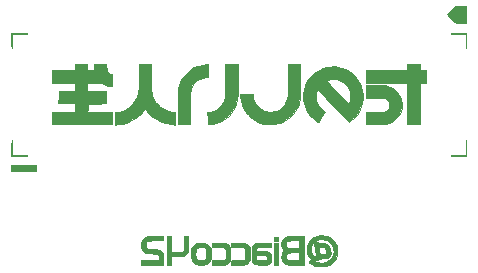
<source format=gbo>
G04 #@! TF.GenerationSoftware,KiCad,Pcbnew,5.0.2-bee76a0~70~ubuntu18.04.1*
G04 #@! TF.CreationDate,2019-05-16T03:56:20+09:00*
G04 #@! TF.ProjectId,meishi2,6d656973-6869-4322-9e6b-696361645f70,rev?*
G04 #@! TF.SameCoordinates,Original*
G04 #@! TF.FileFunction,Legend,Bot*
G04 #@! TF.FilePolarity,Positive*
%FSLAX46Y46*%
G04 Gerber Fmt 4.6, Leading zero omitted, Abs format (unit mm)*
G04 Created by KiCad (PCBNEW 5.0.2-bee76a0~70~ubuntu18.04.1) date 2019年05月16日 03時56分20秒*
%MOMM*%
%LPD*%
G01*
G04 APERTURE LIST*
%ADD10C,0.010000*%
%ADD11O,2.102000X2.102000*%
%ADD12R,2.102000X2.102000*%
%ADD13C,2.002000*%
%ADD14C,2.302000*%
%ADD15C,1.802000*%
%ADD16C,4.102000*%
%ADD17C,1.602000*%
%ADD18C,1.702000*%
%ADD19R,1.702000X1.702000*%
%ADD20C,2.202000*%
G04 APERTURE END LIST*
D10*
G04 #@! TO.C,G\002A\002A\002A*
G36*
X127211666Y-46873584D02*
X126862898Y-47222834D01*
X127211666Y-47572084D01*
X127560435Y-47921334D01*
X128481666Y-47921334D01*
X128481666Y-46524334D01*
X127560435Y-46524334D01*
X127211666Y-46873584D01*
X127211666Y-46873584D01*
G37*
X127211666Y-46873584D02*
X126862898Y-47222834D01*
X127211666Y-47572084D01*
X127560435Y-47921334D01*
X128481666Y-47921334D01*
X128481666Y-46524334D01*
X127560435Y-46524334D01*
X127211666Y-46873584D01*
G36*
X89958333Y-49455917D02*
X89959019Y-49657456D01*
X89961048Y-49823120D01*
X89964375Y-49951538D01*
X89968954Y-50041340D01*
X89974741Y-50091155D01*
X89979500Y-50101500D01*
X89986197Y-50080581D01*
X89991684Y-50018780D01*
X89995912Y-49917533D01*
X89998833Y-49778277D01*
X90000398Y-49602447D01*
X90000666Y-49477084D01*
X90000666Y-48852667D01*
X90625083Y-48852667D01*
X90822642Y-48851958D01*
X90984508Y-48849863D01*
X91109245Y-48846431D01*
X91195418Y-48841710D01*
X91241590Y-48835750D01*
X91249500Y-48831500D01*
X91228569Y-48824892D01*
X91166690Y-48819461D01*
X91065234Y-48815250D01*
X90925569Y-48812306D01*
X90749067Y-48810673D01*
X90603916Y-48810334D01*
X89958333Y-48810334D01*
X89958333Y-49455917D01*
X89958333Y-49455917D01*
G37*
X89958333Y-49455917D02*
X89959019Y-49657456D01*
X89961048Y-49823120D01*
X89964375Y-49951538D01*
X89968954Y-50041340D01*
X89974741Y-50091155D01*
X89979500Y-50101500D01*
X89986197Y-50080581D01*
X89991684Y-50018780D01*
X89995912Y-49917533D01*
X89998833Y-49778277D01*
X90000398Y-49602447D01*
X90000666Y-49477084D01*
X90000666Y-48852667D01*
X90625083Y-48852667D01*
X90822642Y-48851958D01*
X90984508Y-48849863D01*
X91109245Y-48846431D01*
X91195418Y-48841710D01*
X91241590Y-48835750D01*
X91249500Y-48831500D01*
X91228569Y-48824892D01*
X91166690Y-48819461D01*
X91065234Y-48815250D01*
X90925569Y-48812306D01*
X90749067Y-48810673D01*
X90603916Y-48810334D01*
X89958333Y-48810334D01*
X89958333Y-49455917D01*
G36*
X127634544Y-48811020D02*
X127468880Y-48813049D01*
X127340462Y-48816375D01*
X127250660Y-48820954D01*
X127200845Y-48826741D01*
X127190500Y-48831500D01*
X127211419Y-48838197D01*
X127273220Y-48843684D01*
X127374467Y-48847912D01*
X127513723Y-48850834D01*
X127689553Y-48852399D01*
X127814916Y-48852667D01*
X128439333Y-48852667D01*
X128439333Y-49477084D01*
X128440042Y-49674642D01*
X128442137Y-49836508D01*
X128445569Y-49961246D01*
X128450290Y-50047418D01*
X128456250Y-50093591D01*
X128460500Y-50101500D01*
X128467108Y-50080569D01*
X128472539Y-50018691D01*
X128476750Y-49917234D01*
X128479694Y-49777570D01*
X128481327Y-49601068D01*
X128481666Y-49455917D01*
X128481666Y-48810334D01*
X127836083Y-48810334D01*
X127634544Y-48811020D01*
X127634544Y-48811020D01*
G37*
X127634544Y-48811020D02*
X127468880Y-48813049D01*
X127340462Y-48816375D01*
X127250660Y-48820954D01*
X127200845Y-48826741D01*
X127190500Y-48831500D01*
X127211419Y-48838197D01*
X127273220Y-48843684D01*
X127374467Y-48847912D01*
X127513723Y-48850834D01*
X127689553Y-48852399D01*
X127814916Y-48852667D01*
X128439333Y-48852667D01*
X128439333Y-49477084D01*
X128440042Y-49674642D01*
X128442137Y-49836508D01*
X128445569Y-49961246D01*
X128450290Y-50047418D01*
X128456250Y-50093591D01*
X128460500Y-50101500D01*
X128467108Y-50080569D01*
X128472539Y-50018691D01*
X128476750Y-49917234D01*
X128479694Y-49777570D01*
X128481327Y-49601068D01*
X128481666Y-49455917D01*
X128481666Y-48810334D01*
X127836083Y-48810334D01*
X127634544Y-48811020D01*
G36*
X116933202Y-51636053D02*
X116617095Y-51690024D01*
X116305078Y-51785679D01*
X116062967Y-51890596D01*
X115777050Y-52053913D01*
X115519101Y-52248308D01*
X115290640Y-52471799D01*
X115093191Y-52722407D01*
X114928275Y-52998153D01*
X114797414Y-53297054D01*
X114702130Y-53617133D01*
X114688491Y-53678667D01*
X114666371Y-53824181D01*
X114653514Y-53996615D01*
X114649903Y-54181844D01*
X114655521Y-54365742D01*
X114670350Y-54534184D01*
X114689684Y-54652334D01*
X114777876Y-54964710D01*
X114904938Y-55264261D01*
X115068188Y-55546256D01*
X115264941Y-55805961D01*
X115457294Y-56006373D01*
X115544992Y-56085132D01*
X115636364Y-56161844D01*
X115724611Y-56231366D01*
X115802936Y-56288556D01*
X115864542Y-56328271D01*
X115902632Y-56345370D01*
X115905797Y-56345667D01*
X115930411Y-56329189D01*
X115964723Y-56287705D01*
X115979006Y-56266292D01*
X116093560Y-56083279D01*
X116195993Y-55919487D01*
X116284575Y-55777687D01*
X116357581Y-55660647D01*
X116413282Y-55571136D01*
X116449952Y-55511923D01*
X116465862Y-55485777D01*
X116465902Y-55485708D01*
X116457733Y-55461009D01*
X116420316Y-55424655D01*
X116389861Y-55402640D01*
X116214436Y-55264272D01*
X116055325Y-55094882D01*
X115918896Y-54903450D01*
X115811516Y-54698955D01*
X115739553Y-54490376D01*
X115737727Y-54483000D01*
X115713597Y-54325869D01*
X115709406Y-54146413D01*
X115724066Y-53959047D01*
X115756491Y-53778190D01*
X115802248Y-53626872D01*
X115826122Y-53564495D01*
X118572554Y-56310683D01*
X118720439Y-56189694D01*
X118967188Y-55966050D01*
X119176216Y-55728702D01*
X119351120Y-55473173D01*
X119462843Y-55265289D01*
X119587441Y-54959231D01*
X119670792Y-54645808D01*
X119712815Y-54327539D01*
X119713141Y-54156652D01*
X118659169Y-54156652D01*
X118641023Y-54386600D01*
X118583401Y-54614912D01*
X118571312Y-54648530D01*
X118528285Y-54763530D01*
X117556932Y-53792474D01*
X117359482Y-53594869D01*
X117190226Y-53424941D01*
X117047227Y-53280633D01*
X116928546Y-53159889D01*
X116832246Y-53060649D01*
X116756388Y-52980859D01*
X116699034Y-52918460D01*
X116658246Y-52871396D01*
X116632086Y-52837609D01*
X116618615Y-52815042D01*
X116615896Y-52801639D01*
X116618934Y-52796897D01*
X116683613Y-52765242D01*
X116781472Y-52737594D01*
X116903425Y-52715552D01*
X117040388Y-52700715D01*
X117183276Y-52694683D01*
X117199833Y-52694626D01*
X117316927Y-52696218D01*
X117407013Y-52702212D01*
X117485361Y-52714783D01*
X117567238Y-52736110D01*
X117630678Y-52756056D01*
X117854095Y-52849723D01*
X118054536Y-52974948D01*
X118229937Y-53127581D01*
X118378237Y-53303474D01*
X118497372Y-53498477D01*
X118585281Y-53708441D01*
X118639901Y-53929215D01*
X118659169Y-54156652D01*
X119713141Y-54156652D01*
X119713427Y-54006939D01*
X119672546Y-53686525D01*
X119590089Y-53368817D01*
X119530272Y-53204310D01*
X119398045Y-52929382D01*
X119229418Y-52669574D01*
X119029039Y-52429657D01*
X118801556Y-52214399D01*
X118551617Y-52028572D01*
X118283871Y-51876945D01*
X118198815Y-51837992D01*
X117886205Y-51724736D01*
X117569743Y-51653360D01*
X117251413Y-51623816D01*
X116933202Y-51636053D01*
X116933202Y-51636053D01*
G37*
X116933202Y-51636053D02*
X116617095Y-51690024D01*
X116305078Y-51785679D01*
X116062967Y-51890596D01*
X115777050Y-52053913D01*
X115519101Y-52248308D01*
X115290640Y-52471799D01*
X115093191Y-52722407D01*
X114928275Y-52998153D01*
X114797414Y-53297054D01*
X114702130Y-53617133D01*
X114688491Y-53678667D01*
X114666371Y-53824181D01*
X114653514Y-53996615D01*
X114649903Y-54181844D01*
X114655521Y-54365742D01*
X114670350Y-54534184D01*
X114689684Y-54652334D01*
X114777876Y-54964710D01*
X114904938Y-55264261D01*
X115068188Y-55546256D01*
X115264941Y-55805961D01*
X115457294Y-56006373D01*
X115544992Y-56085132D01*
X115636364Y-56161844D01*
X115724611Y-56231366D01*
X115802936Y-56288556D01*
X115864542Y-56328271D01*
X115902632Y-56345370D01*
X115905797Y-56345667D01*
X115930411Y-56329189D01*
X115964723Y-56287705D01*
X115979006Y-56266292D01*
X116093560Y-56083279D01*
X116195993Y-55919487D01*
X116284575Y-55777687D01*
X116357581Y-55660647D01*
X116413282Y-55571136D01*
X116449952Y-55511923D01*
X116465862Y-55485777D01*
X116465902Y-55485708D01*
X116457733Y-55461009D01*
X116420316Y-55424655D01*
X116389861Y-55402640D01*
X116214436Y-55264272D01*
X116055325Y-55094882D01*
X115918896Y-54903450D01*
X115811516Y-54698955D01*
X115739553Y-54490376D01*
X115737727Y-54483000D01*
X115713597Y-54325869D01*
X115709406Y-54146413D01*
X115724066Y-53959047D01*
X115756491Y-53778190D01*
X115802248Y-53626872D01*
X115826122Y-53564495D01*
X118572554Y-56310683D01*
X118720439Y-56189694D01*
X118967188Y-55966050D01*
X119176216Y-55728702D01*
X119351120Y-55473173D01*
X119462843Y-55265289D01*
X119587441Y-54959231D01*
X119670792Y-54645808D01*
X119712815Y-54327539D01*
X119713141Y-54156652D01*
X118659169Y-54156652D01*
X118641023Y-54386600D01*
X118583401Y-54614912D01*
X118571312Y-54648530D01*
X118528285Y-54763530D01*
X117556932Y-53792474D01*
X117359482Y-53594869D01*
X117190226Y-53424941D01*
X117047227Y-53280633D01*
X116928546Y-53159889D01*
X116832246Y-53060649D01*
X116756388Y-52980859D01*
X116699034Y-52918460D01*
X116658246Y-52871396D01*
X116632086Y-52837609D01*
X116618615Y-52815042D01*
X116615896Y-52801639D01*
X116618934Y-52796897D01*
X116683613Y-52765242D01*
X116781472Y-52737594D01*
X116903425Y-52715552D01*
X117040388Y-52700715D01*
X117183276Y-52694683D01*
X117199833Y-52694626D01*
X117316927Y-52696218D01*
X117407013Y-52702212D01*
X117485361Y-52714783D01*
X117567238Y-52736110D01*
X117630678Y-52756056D01*
X117854095Y-52849723D01*
X118054536Y-52974948D01*
X118229937Y-53127581D01*
X118378237Y-53303474D01*
X118497372Y-53498477D01*
X118585281Y-53708441D01*
X118639901Y-53929215D01*
X118659169Y-54156652D01*
X119713141Y-54156652D01*
X119713427Y-54006939D01*
X119672546Y-53686525D01*
X119590089Y-53368817D01*
X119530272Y-53204310D01*
X119398045Y-52929382D01*
X119229418Y-52669574D01*
X119029039Y-52429657D01*
X118801556Y-52214399D01*
X118551617Y-52028572D01*
X118283871Y-51876945D01*
X118198815Y-51837992D01*
X117886205Y-51724736D01*
X117569743Y-51653360D01*
X117251413Y-51623816D01*
X116933202Y-51636053D01*
G36*
X96943333Y-51943000D02*
X96393000Y-51943000D01*
X96393000Y-51456167D01*
X95334666Y-51456167D01*
X95334666Y-51943000D01*
X93408500Y-51943000D01*
X93408500Y-53001334D01*
X95334666Y-53001334D01*
X95334666Y-53699255D01*
X93948250Y-53710417D01*
X93942588Y-54234292D01*
X93936927Y-54758167D01*
X95334666Y-54758167D01*
X95334666Y-55477834D01*
X93408500Y-55477834D01*
X93408500Y-56536167D01*
X98488500Y-56536167D01*
X98488500Y-55477834D01*
X96391976Y-55477834D01*
X96397780Y-55123292D01*
X96403583Y-54768750D01*
X97181458Y-54763198D01*
X97959333Y-54757645D01*
X97959333Y-53699834D01*
X96393000Y-53699834D01*
X96393000Y-53001334D01*
X96977107Y-53001334D01*
X97150357Y-53001488D01*
X97286424Y-53002181D01*
X97390456Y-53003750D01*
X97467603Y-53006538D01*
X97523014Y-53010884D01*
X97561839Y-53017129D01*
X97589226Y-53025613D01*
X97610326Y-53036678D01*
X97621012Y-53043913D01*
X97760037Y-53126334D01*
X97927602Y-53199173D01*
X98110188Y-53257669D01*
X98294279Y-53297062D01*
X98366791Y-53306559D01*
X98488500Y-53319203D01*
X98488500Y-52239334D01*
X98424157Y-52239334D01*
X98338509Y-52222578D01*
X98243985Y-52176991D01*
X98154221Y-52109594D01*
X98133791Y-52089821D01*
X98070329Y-52004920D01*
X98028535Y-51899132D01*
X98006458Y-51765858D01*
X98001666Y-51642896D01*
X98001666Y-51456167D01*
X96943333Y-51456167D01*
X96943333Y-51943000D01*
X96943333Y-51943000D01*
G37*
X96943333Y-51943000D02*
X96393000Y-51943000D01*
X96393000Y-51456167D01*
X95334666Y-51456167D01*
X95334666Y-51943000D01*
X93408500Y-51943000D01*
X93408500Y-53001334D01*
X95334666Y-53001334D01*
X95334666Y-53699255D01*
X93948250Y-53710417D01*
X93942588Y-54234292D01*
X93936927Y-54758167D01*
X95334666Y-54758167D01*
X95334666Y-55477834D01*
X93408500Y-55477834D01*
X93408500Y-56536167D01*
X98488500Y-56536167D01*
X98488500Y-55477834D01*
X96391976Y-55477834D01*
X96397780Y-55123292D01*
X96403583Y-54768750D01*
X97181458Y-54763198D01*
X97959333Y-54757645D01*
X97959333Y-53699834D01*
X96393000Y-53699834D01*
X96393000Y-53001334D01*
X96977107Y-53001334D01*
X97150357Y-53001488D01*
X97286424Y-53002181D01*
X97390456Y-53003750D01*
X97467603Y-53006538D01*
X97523014Y-53010884D01*
X97561839Y-53017129D01*
X97589226Y-53025613D01*
X97610326Y-53036678D01*
X97621012Y-53043913D01*
X97760037Y-53126334D01*
X97927602Y-53199173D01*
X98110188Y-53257669D01*
X98294279Y-53297062D01*
X98366791Y-53306559D01*
X98488500Y-53319203D01*
X98488500Y-52239334D01*
X98424157Y-52239334D01*
X98338509Y-52222578D01*
X98243985Y-52176991D01*
X98154221Y-52109594D01*
X98133791Y-52089821D01*
X98070329Y-52004920D01*
X98028535Y-51899132D01*
X98006458Y-51765858D01*
X98001666Y-51642896D01*
X98001666Y-51456167D01*
X96943333Y-51456167D01*
X96943333Y-51943000D01*
G36*
X100727131Y-52615042D02*
X100725343Y-52867086D01*
X100723609Y-53080590D01*
X100721777Y-53259346D01*
X100719694Y-53407147D01*
X100717208Y-53527786D01*
X100714167Y-53625056D01*
X100710417Y-53702748D01*
X100705808Y-53764656D01*
X100700185Y-53814572D01*
X100693398Y-53856290D01*
X100685293Y-53893600D01*
X100675718Y-53930297D01*
X100674035Y-53936380D01*
X100573154Y-54226696D01*
X100439380Y-54490925D01*
X100273226Y-54728342D01*
X100075206Y-54938223D01*
X99845832Y-55119842D01*
X99826871Y-55132643D01*
X99579288Y-55273808D01*
X99314617Y-55377677D01*
X99030173Y-55445182D01*
X98864208Y-55467159D01*
X98721333Y-55481203D01*
X98721333Y-56541627D01*
X98917125Y-56526962D01*
X99280103Y-56479179D01*
X99630651Y-56391536D01*
X99966526Y-56264795D01*
X100285488Y-56099720D01*
X100419978Y-56015084D01*
X100572377Y-55904045D01*
X100732204Y-55770869D01*
X100888100Y-55626085D01*
X101028708Y-55480218D01*
X101138741Y-55348968D01*
X101189974Y-55283396D01*
X101231504Y-55233233D01*
X101256869Y-55206160D01*
X101261115Y-55203518D01*
X101278000Y-55219682D01*
X101312792Y-55261647D01*
X101358536Y-55320954D01*
X101367166Y-55332510D01*
X101449553Y-55432750D01*
X101557249Y-55548378D01*
X101680860Y-55670546D01*
X101810988Y-55790403D01*
X101938236Y-55899100D01*
X102053208Y-55987787D01*
X102090004Y-56013259D01*
X102399013Y-56193604D01*
X102727481Y-56336936D01*
X103072807Y-56442374D01*
X103432388Y-56509037D01*
X103605541Y-56526720D01*
X103801333Y-56541627D01*
X103801333Y-56009730D01*
X103800865Y-55838050D01*
X103799332Y-55704833D01*
X103796543Y-55606218D01*
X103792305Y-55538346D01*
X103786427Y-55497355D01*
X103778716Y-55479385D01*
X103774875Y-55477774D01*
X103743057Y-55475314D01*
X103680379Y-55468785D01*
X103597986Y-55459379D01*
X103557916Y-55454581D01*
X103274946Y-55399614D01*
X103007515Y-55306760D01*
X102758500Y-55178530D01*
X102530777Y-55017434D01*
X102327223Y-54825982D01*
X102150715Y-54606682D01*
X102004130Y-54362045D01*
X101890344Y-54094581D01*
X101849766Y-53964417D01*
X101839606Y-53926545D01*
X101830993Y-53889567D01*
X101823773Y-53849696D01*
X101817793Y-53803146D01*
X101812900Y-53746131D01*
X101808940Y-53674865D01*
X101805760Y-53585562D01*
X101803206Y-53474435D01*
X101801124Y-53337698D01*
X101799361Y-53171566D01*
X101797764Y-52972252D01*
X101796179Y-52735969D01*
X101795485Y-52625625D01*
X101788200Y-51456167D01*
X100735063Y-51456167D01*
X100727131Y-52615042D01*
X100727131Y-52615042D01*
G37*
X100727131Y-52615042D02*
X100725343Y-52867086D01*
X100723609Y-53080590D01*
X100721777Y-53259346D01*
X100719694Y-53407147D01*
X100717208Y-53527786D01*
X100714167Y-53625056D01*
X100710417Y-53702748D01*
X100705808Y-53764656D01*
X100700185Y-53814572D01*
X100693398Y-53856290D01*
X100685293Y-53893600D01*
X100675718Y-53930297D01*
X100674035Y-53936380D01*
X100573154Y-54226696D01*
X100439380Y-54490925D01*
X100273226Y-54728342D01*
X100075206Y-54938223D01*
X99845832Y-55119842D01*
X99826871Y-55132643D01*
X99579288Y-55273808D01*
X99314617Y-55377677D01*
X99030173Y-55445182D01*
X98864208Y-55467159D01*
X98721333Y-55481203D01*
X98721333Y-56541627D01*
X98917125Y-56526962D01*
X99280103Y-56479179D01*
X99630651Y-56391536D01*
X99966526Y-56264795D01*
X100285488Y-56099720D01*
X100419978Y-56015084D01*
X100572377Y-55904045D01*
X100732204Y-55770869D01*
X100888100Y-55626085D01*
X101028708Y-55480218D01*
X101138741Y-55348968D01*
X101189974Y-55283396D01*
X101231504Y-55233233D01*
X101256869Y-55206160D01*
X101261115Y-55203518D01*
X101278000Y-55219682D01*
X101312792Y-55261647D01*
X101358536Y-55320954D01*
X101367166Y-55332510D01*
X101449553Y-55432750D01*
X101557249Y-55548378D01*
X101680860Y-55670546D01*
X101810988Y-55790403D01*
X101938236Y-55899100D01*
X102053208Y-55987787D01*
X102090004Y-56013259D01*
X102399013Y-56193604D01*
X102727481Y-56336936D01*
X103072807Y-56442374D01*
X103432388Y-56509037D01*
X103605541Y-56526720D01*
X103801333Y-56541627D01*
X103801333Y-56009730D01*
X103800865Y-55838050D01*
X103799332Y-55704833D01*
X103796543Y-55606218D01*
X103792305Y-55538346D01*
X103786427Y-55497355D01*
X103778716Y-55479385D01*
X103774875Y-55477774D01*
X103743057Y-55475314D01*
X103680379Y-55468785D01*
X103597986Y-55459379D01*
X103557916Y-55454581D01*
X103274946Y-55399614D01*
X103007515Y-55306760D01*
X102758500Y-55178530D01*
X102530777Y-55017434D01*
X102327223Y-54825982D01*
X102150715Y-54606682D01*
X102004130Y-54362045D01*
X101890344Y-54094581D01*
X101849766Y-53964417D01*
X101839606Y-53926545D01*
X101830993Y-53889567D01*
X101823773Y-53849696D01*
X101817793Y-53803146D01*
X101812900Y-53746131D01*
X101808940Y-53674865D01*
X101805760Y-53585562D01*
X101803206Y-53474435D01*
X101801124Y-53337698D01*
X101799361Y-53171566D01*
X101797764Y-52972252D01*
X101796179Y-52735969D01*
X101795485Y-52625625D01*
X101788200Y-51456167D01*
X100735063Y-51456167D01*
X100727131Y-52615042D01*
G36*
X106280017Y-51467489D02*
X106087716Y-51499297D01*
X105885718Y-51548357D01*
X105686706Y-51611432D01*
X105503363Y-51685286D01*
X105447623Y-51711890D01*
X105179970Y-51867592D01*
X104931255Y-52055887D01*
X104705761Y-52271999D01*
X104507769Y-52511149D01*
X104341562Y-52768560D01*
X104211421Y-53039455D01*
X104178049Y-53128334D01*
X104153430Y-53198119D01*
X104132104Y-53259265D01*
X104113821Y-53315245D01*
X104098329Y-53369533D01*
X104085380Y-53425603D01*
X104074723Y-53486928D01*
X104066108Y-53556982D01*
X104059284Y-53639238D01*
X104054001Y-53737171D01*
X104050010Y-53854255D01*
X104047059Y-53993963D01*
X104044899Y-54159768D01*
X104043279Y-54355145D01*
X104041950Y-54583567D01*
X104040660Y-54848508D01*
X104039689Y-55049209D01*
X104032299Y-56536167D01*
X104548288Y-56536167D01*
X104692008Y-56535611D01*
X104821478Y-56534048D01*
X104930746Y-56531638D01*
X105013864Y-56528538D01*
X105064879Y-56524907D01*
X105078389Y-56522056D01*
X105080855Y-56498974D01*
X105083195Y-56437162D01*
X105085371Y-56340225D01*
X105087345Y-56211765D01*
X105089079Y-56055387D01*
X105090533Y-55874694D01*
X105091669Y-55673290D01*
X105092450Y-55454779D01*
X105092837Y-55222764D01*
X105092867Y-55162097D01*
X105093004Y-54872090D01*
X105093432Y-54620964D01*
X105094430Y-54405269D01*
X105096277Y-54221554D01*
X105099252Y-54066367D01*
X105103634Y-53936256D01*
X105109703Y-53827772D01*
X105117738Y-53737462D01*
X105128018Y-53661874D01*
X105140821Y-53597559D01*
X105156428Y-53541064D01*
X105175118Y-53488938D01*
X105197169Y-53437731D01*
X105222861Y-53383990D01*
X105239399Y-53350584D01*
X105364624Y-53136684D01*
X105512297Y-52956696D01*
X105686803Y-52806244D01*
X105892527Y-52680952D01*
X105928583Y-52662972D01*
X106057056Y-52609405D01*
X106199474Y-52564350D01*
X106340661Y-52531755D01*
X106465442Y-52515569D01*
X106499191Y-52514500D01*
X106574166Y-52514500D01*
X106574166Y-51456167D01*
X106449939Y-51456167D01*
X106280017Y-51467489D01*
X106280017Y-51467489D01*
G37*
X106280017Y-51467489D02*
X106087716Y-51499297D01*
X105885718Y-51548357D01*
X105686706Y-51611432D01*
X105503363Y-51685286D01*
X105447623Y-51711890D01*
X105179970Y-51867592D01*
X104931255Y-52055887D01*
X104705761Y-52271999D01*
X104507769Y-52511149D01*
X104341562Y-52768560D01*
X104211421Y-53039455D01*
X104178049Y-53128334D01*
X104153430Y-53198119D01*
X104132104Y-53259265D01*
X104113821Y-53315245D01*
X104098329Y-53369533D01*
X104085380Y-53425603D01*
X104074723Y-53486928D01*
X104066108Y-53556982D01*
X104059284Y-53639238D01*
X104054001Y-53737171D01*
X104050010Y-53854255D01*
X104047059Y-53993963D01*
X104044899Y-54159768D01*
X104043279Y-54355145D01*
X104041950Y-54583567D01*
X104040660Y-54848508D01*
X104039689Y-55049209D01*
X104032299Y-56536167D01*
X104548288Y-56536167D01*
X104692008Y-56535611D01*
X104821478Y-56534048D01*
X104930746Y-56531638D01*
X105013864Y-56528538D01*
X105064879Y-56524907D01*
X105078389Y-56522056D01*
X105080855Y-56498974D01*
X105083195Y-56437162D01*
X105085371Y-56340225D01*
X105087345Y-56211765D01*
X105089079Y-56055387D01*
X105090533Y-55874694D01*
X105091669Y-55673290D01*
X105092450Y-55454779D01*
X105092837Y-55222764D01*
X105092867Y-55162097D01*
X105093004Y-54872090D01*
X105093432Y-54620964D01*
X105094430Y-54405269D01*
X105096277Y-54221554D01*
X105099252Y-54066367D01*
X105103634Y-53936256D01*
X105109703Y-53827772D01*
X105117738Y-53737462D01*
X105128018Y-53661874D01*
X105140821Y-53597559D01*
X105156428Y-53541064D01*
X105175118Y-53488938D01*
X105197169Y-53437731D01*
X105222861Y-53383990D01*
X105239399Y-53350584D01*
X105364624Y-53136684D01*
X105512297Y-52956696D01*
X105686803Y-52806244D01*
X105892527Y-52680952D01*
X105928583Y-52662972D01*
X106057056Y-52609405D01*
X106199474Y-52564350D01*
X106340661Y-52531755D01*
X106465442Y-52515569D01*
X106499191Y-52514500D01*
X106574166Y-52514500D01*
X106574166Y-51456167D01*
X106449939Y-51456167D01*
X106280017Y-51467489D01*
G36*
X108050664Y-52837292D02*
X108048983Y-53122579D01*
X108047363Y-53369003D01*
X108045521Y-53580034D01*
X108043176Y-53759141D01*
X108040044Y-53909794D01*
X108035844Y-54035462D01*
X108030293Y-54139615D01*
X108023108Y-54225721D01*
X108014007Y-54297250D01*
X108002708Y-54357672D01*
X107988929Y-54410456D01*
X107972386Y-54459072D01*
X107952797Y-54506988D01*
X107929881Y-54557675D01*
X107906542Y-54607745D01*
X107781619Y-54828476D01*
X107627036Y-55019799D01*
X107445039Y-55180134D01*
X107237872Y-55307896D01*
X107007780Y-55401505D01*
X106757009Y-55459377D01*
X106684928Y-55468793D01*
X106552272Y-55483384D01*
X106557928Y-56004484D01*
X106563583Y-56525584D01*
X106669416Y-56529290D01*
X106741140Y-56527565D01*
X106836495Y-56519670D01*
X106937491Y-56507187D01*
X106960479Y-56503698D01*
X107272507Y-56433566D01*
X107568901Y-56325911D01*
X107847051Y-56183494D01*
X108104349Y-56009070D01*
X108338184Y-55805400D01*
X108545949Y-55575239D01*
X108725034Y-55321347D01*
X108872829Y-55046481D01*
X108986727Y-54753399D01*
X109064119Y-54444860D01*
X109092293Y-54250167D01*
X109096113Y-54192602D01*
X109099723Y-54097113D01*
X109103060Y-53968108D01*
X109106061Y-53809995D01*
X109108662Y-53627183D01*
X109110800Y-53424079D01*
X109112412Y-53205093D01*
X109113434Y-52974634D01*
X109113800Y-52752625D01*
X109114166Y-51456167D01*
X108058819Y-51456167D01*
X108050664Y-52837292D01*
X108050664Y-52837292D01*
G37*
X108050664Y-52837292D02*
X108048983Y-53122579D01*
X108047363Y-53369003D01*
X108045521Y-53580034D01*
X108043176Y-53759141D01*
X108040044Y-53909794D01*
X108035844Y-54035462D01*
X108030293Y-54139615D01*
X108023108Y-54225721D01*
X108014007Y-54297250D01*
X108002708Y-54357672D01*
X107988929Y-54410456D01*
X107972386Y-54459072D01*
X107952797Y-54506988D01*
X107929881Y-54557675D01*
X107906542Y-54607745D01*
X107781619Y-54828476D01*
X107627036Y-55019799D01*
X107445039Y-55180134D01*
X107237872Y-55307896D01*
X107007780Y-55401505D01*
X106757009Y-55459377D01*
X106684928Y-55468793D01*
X106552272Y-55483384D01*
X106557928Y-56004484D01*
X106563583Y-56525584D01*
X106669416Y-56529290D01*
X106741140Y-56527565D01*
X106836495Y-56519670D01*
X106937491Y-56507187D01*
X106960479Y-56503698D01*
X107272507Y-56433566D01*
X107568901Y-56325911D01*
X107847051Y-56183494D01*
X108104349Y-56009070D01*
X108338184Y-55805400D01*
X108545949Y-55575239D01*
X108725034Y-55321347D01*
X108872829Y-55046481D01*
X108986727Y-54753399D01*
X109064119Y-54444860D01*
X109092293Y-54250167D01*
X109096113Y-54192602D01*
X109099723Y-54097113D01*
X109103060Y-53968108D01*
X109106061Y-53809995D01*
X109108662Y-53627183D01*
X109110800Y-53424079D01*
X109112412Y-53205093D01*
X109113434Y-52974634D01*
X109113800Y-52752625D01*
X109114166Y-51456167D01*
X108058819Y-51456167D01*
X108050664Y-52837292D01*
G36*
X113347500Y-52818031D02*
X113347447Y-53092939D01*
X113347224Y-53328955D01*
X113346736Y-53529521D01*
X113345887Y-53698079D01*
X113344581Y-53838069D01*
X113342724Y-53952935D01*
X113340219Y-54046117D01*
X113336971Y-54121056D01*
X113332884Y-54181195D01*
X113327863Y-54229976D01*
X113321813Y-54270839D01*
X113314637Y-54307226D01*
X113306240Y-54342579D01*
X113305043Y-54347323D01*
X113225917Y-54578899D01*
X113113450Y-54789484D01*
X112971509Y-54976503D01*
X112803959Y-55137381D01*
X112614664Y-55269544D01*
X112407490Y-55370418D01*
X112186303Y-55437427D01*
X111954967Y-55467996D01*
X111717348Y-55459552D01*
X111649928Y-55449798D01*
X111491412Y-55417136D01*
X111354157Y-55373989D01*
X111222587Y-55314126D01*
X111081124Y-55231316D01*
X111044200Y-55207484D01*
X110882611Y-55081059D01*
X110737513Y-54927214D01*
X110613260Y-54753446D01*
X110514208Y-54567253D01*
X110444711Y-54376131D01*
X110409126Y-54187577D01*
X110405333Y-54107717D01*
X110405333Y-53996167D01*
X109323270Y-53996167D01*
X109337122Y-54149625D01*
X109387661Y-54493111D01*
X109475452Y-54816521D01*
X109600484Y-55119824D01*
X109762747Y-55402990D01*
X109777434Y-55424917D01*
X109854094Y-55526117D01*
X109955271Y-55642575D01*
X110071309Y-55764560D01*
X110192554Y-55882345D01*
X110309348Y-55986200D01*
X110412036Y-56066396D01*
X110418661Y-56071020D01*
X110703771Y-56242598D01*
X111007848Y-56377024D01*
X111326440Y-56472385D01*
X111379000Y-56484002D01*
X111460721Y-56497270D01*
X111567434Y-56509086D01*
X111688198Y-56518840D01*
X111812071Y-56525922D01*
X111928109Y-56529722D01*
X112025372Y-56529630D01*
X112092916Y-56525036D01*
X112098666Y-56524125D01*
X112145438Y-56516503D01*
X112218858Y-56505135D01*
X112303683Y-56492378D01*
X112310333Y-56491394D01*
X112507252Y-56449967D01*
X112718951Y-56383648D01*
X112930335Y-56297535D01*
X113035449Y-56246456D01*
X113313796Y-56079291D01*
X113566365Y-55879640D01*
X113791095Y-55650088D01*
X113985919Y-55393218D01*
X114148774Y-55111615D01*
X114277595Y-54807861D01*
X114337535Y-54616629D01*
X114394477Y-54408917D01*
X114400970Y-52932542D01*
X114407462Y-51456167D01*
X113347500Y-51456167D01*
X113347500Y-52818031D01*
X113347500Y-52818031D01*
G37*
X113347500Y-52818031D02*
X113347447Y-53092939D01*
X113347224Y-53328955D01*
X113346736Y-53529521D01*
X113345887Y-53698079D01*
X113344581Y-53838069D01*
X113342724Y-53952935D01*
X113340219Y-54046117D01*
X113336971Y-54121056D01*
X113332884Y-54181195D01*
X113327863Y-54229976D01*
X113321813Y-54270839D01*
X113314637Y-54307226D01*
X113306240Y-54342579D01*
X113305043Y-54347323D01*
X113225917Y-54578899D01*
X113113450Y-54789484D01*
X112971509Y-54976503D01*
X112803959Y-55137381D01*
X112614664Y-55269544D01*
X112407490Y-55370418D01*
X112186303Y-55437427D01*
X111954967Y-55467996D01*
X111717348Y-55459552D01*
X111649928Y-55449798D01*
X111491412Y-55417136D01*
X111354157Y-55373989D01*
X111222587Y-55314126D01*
X111081124Y-55231316D01*
X111044200Y-55207484D01*
X110882611Y-55081059D01*
X110737513Y-54927214D01*
X110613260Y-54753446D01*
X110514208Y-54567253D01*
X110444711Y-54376131D01*
X110409126Y-54187577D01*
X110405333Y-54107717D01*
X110405333Y-53996167D01*
X109323270Y-53996167D01*
X109337122Y-54149625D01*
X109387661Y-54493111D01*
X109475452Y-54816521D01*
X109600484Y-55119824D01*
X109762747Y-55402990D01*
X109777434Y-55424917D01*
X109854094Y-55526117D01*
X109955271Y-55642575D01*
X110071309Y-55764560D01*
X110192554Y-55882345D01*
X110309348Y-55986200D01*
X110412036Y-56066396D01*
X110418661Y-56071020D01*
X110703771Y-56242598D01*
X111007848Y-56377024D01*
X111326440Y-56472385D01*
X111379000Y-56484002D01*
X111460721Y-56497270D01*
X111567434Y-56509086D01*
X111688198Y-56518840D01*
X111812071Y-56525922D01*
X111928109Y-56529722D01*
X112025372Y-56529630D01*
X112092916Y-56525036D01*
X112098666Y-56524125D01*
X112145438Y-56516503D01*
X112218858Y-56505135D01*
X112303683Y-56492378D01*
X112310333Y-56491394D01*
X112507252Y-56449967D01*
X112718951Y-56383648D01*
X112930335Y-56297535D01*
X113035449Y-56246456D01*
X113313796Y-56079291D01*
X113566365Y-55879640D01*
X113791095Y-55650088D01*
X113985919Y-55393218D01*
X114148774Y-55111615D01*
X114277595Y-54807861D01*
X114337535Y-54616629D01*
X114394477Y-54408917D01*
X114400970Y-52932542D01*
X114407462Y-51456167D01*
X113347500Y-51456167D01*
X113347500Y-52818031D01*
G36*
X119951500Y-54271334D02*
X121509521Y-54271334D01*
X121618568Y-54325674D01*
X121751314Y-54413822D01*
X121851928Y-54528286D01*
X121918250Y-54665482D01*
X121948119Y-54821828D01*
X121949632Y-54874584D01*
X121932722Y-55026810D01*
X121882405Y-55156978D01*
X121795264Y-55272904D01*
X121760801Y-55306654D01*
X121717733Y-55346053D01*
X121679175Y-55378372D01*
X121640542Y-55404351D01*
X121597248Y-55424732D01*
X121544706Y-55440256D01*
X121478333Y-55451663D01*
X121393541Y-55459694D01*
X121285747Y-55465092D01*
X121150363Y-55468596D01*
X120982804Y-55470947D01*
X120778486Y-55472887D01*
X120729375Y-55473321D01*
X119951500Y-55480222D01*
X119951500Y-56536167D01*
X120739958Y-56534178D01*
X120982767Y-56532951D01*
X121185777Y-56530545D01*
X121351506Y-56526881D01*
X121482475Y-56521877D01*
X121581204Y-56515454D01*
X121650211Y-56507530D01*
X121666737Y-56504604D01*
X121916086Y-56434447D01*
X122147083Y-56329113D01*
X122356949Y-56192181D01*
X122542905Y-56027234D01*
X122702174Y-55837853D01*
X122831976Y-55627620D01*
X122929532Y-55400116D01*
X122992065Y-55158923D01*
X123016796Y-54907622D01*
X123013438Y-54768750D01*
X122975329Y-54505803D01*
X122899151Y-54257762D01*
X122787507Y-54027778D01*
X122642996Y-53819002D01*
X122468220Y-53634587D01*
X122265780Y-53477683D01*
X122038276Y-53351442D01*
X121788310Y-53259015D01*
X121761250Y-53251504D01*
X121715191Y-53239787D01*
X121669272Y-53230161D01*
X121618679Y-53222358D01*
X121558593Y-53216114D01*
X121484200Y-53211163D01*
X121390682Y-53207239D01*
X121273222Y-53204079D01*
X121127005Y-53201415D01*
X120947214Y-53198983D01*
X120771708Y-53196979D01*
X119951500Y-53188035D01*
X119951500Y-54271334D01*
X119951500Y-54271334D01*
G37*
X119951500Y-54271334D02*
X121509521Y-54271334D01*
X121618568Y-54325674D01*
X121751314Y-54413822D01*
X121851928Y-54528286D01*
X121918250Y-54665482D01*
X121948119Y-54821828D01*
X121949632Y-54874584D01*
X121932722Y-55026810D01*
X121882405Y-55156978D01*
X121795264Y-55272904D01*
X121760801Y-55306654D01*
X121717733Y-55346053D01*
X121679175Y-55378372D01*
X121640542Y-55404351D01*
X121597248Y-55424732D01*
X121544706Y-55440256D01*
X121478333Y-55451663D01*
X121393541Y-55459694D01*
X121285747Y-55465092D01*
X121150363Y-55468596D01*
X120982804Y-55470947D01*
X120778486Y-55472887D01*
X120729375Y-55473321D01*
X119951500Y-55480222D01*
X119951500Y-56536167D01*
X120739958Y-56534178D01*
X120982767Y-56532951D01*
X121185777Y-56530545D01*
X121351506Y-56526881D01*
X121482475Y-56521877D01*
X121581204Y-56515454D01*
X121650211Y-56507530D01*
X121666737Y-56504604D01*
X121916086Y-56434447D01*
X122147083Y-56329113D01*
X122356949Y-56192181D01*
X122542905Y-56027234D01*
X122702174Y-55837853D01*
X122831976Y-55627620D01*
X122929532Y-55400116D01*
X122992065Y-55158923D01*
X123016796Y-54907622D01*
X123013438Y-54768750D01*
X122975329Y-54505803D01*
X122899151Y-54257762D01*
X122787507Y-54027778D01*
X122642996Y-53819002D01*
X122468220Y-53634587D01*
X122265780Y-53477683D01*
X122038276Y-53351442D01*
X121788310Y-53259015D01*
X121761250Y-53251504D01*
X121715191Y-53239787D01*
X121669272Y-53230161D01*
X121618679Y-53222358D01*
X121558593Y-53216114D01*
X121484200Y-53211163D01*
X121390682Y-53207239D01*
X121273222Y-53204079D01*
X121127005Y-53201415D01*
X120947214Y-53198983D01*
X120771708Y-53196979D01*
X119951500Y-53188035D01*
X119951500Y-54271334D01*
G36*
X123486333Y-51943000D02*
X119951500Y-51943000D01*
X119951500Y-53001334D01*
X123486333Y-53001334D01*
X123486333Y-56536167D01*
X124544666Y-56536167D01*
X124544666Y-53001334D01*
X125031500Y-53001334D01*
X125031500Y-51943000D01*
X124544666Y-51943000D01*
X124544666Y-51456167D01*
X123486333Y-51456167D01*
X123486333Y-51943000D01*
X123486333Y-51943000D01*
G37*
X123486333Y-51943000D02*
X119951500Y-51943000D01*
X119951500Y-53001334D01*
X123486333Y-53001334D01*
X123486333Y-56536167D01*
X124544666Y-56536167D01*
X124544666Y-53001334D01*
X125031500Y-53001334D01*
X125031500Y-51943000D01*
X124544666Y-51943000D01*
X124544666Y-51456167D01*
X123486333Y-51456167D01*
X123486333Y-51943000D01*
G36*
X89972780Y-57896784D02*
X89967319Y-57955117D01*
X89963133Y-58054736D01*
X89960239Y-58195125D01*
X89958655Y-58375769D01*
X89958333Y-58524584D01*
X89958333Y-59182000D01*
X90603916Y-59182000D01*
X90805456Y-59181314D01*
X90971120Y-59179285D01*
X91099538Y-59175959D01*
X91189339Y-59171379D01*
X91239155Y-59165593D01*
X91249500Y-59160834D01*
X91228580Y-59154137D01*
X91166780Y-59148650D01*
X91065533Y-59144421D01*
X90926277Y-59141500D01*
X90750447Y-59139935D01*
X90625083Y-59139667D01*
X90000666Y-59139667D01*
X90000666Y-58516499D01*
X89999950Y-58323975D01*
X89997850Y-58163038D01*
X89994445Y-58035984D01*
X89989809Y-57945110D01*
X89984020Y-57892711D01*
X89979500Y-57880250D01*
X89972780Y-57896784D01*
X89972780Y-57896784D01*
G37*
X89972780Y-57896784D02*
X89967319Y-57955117D01*
X89963133Y-58054736D01*
X89960239Y-58195125D01*
X89958655Y-58375769D01*
X89958333Y-58524584D01*
X89958333Y-59182000D01*
X90603916Y-59182000D01*
X90805456Y-59181314D01*
X90971120Y-59179285D01*
X91099538Y-59175959D01*
X91189339Y-59171379D01*
X91239155Y-59165593D01*
X91249500Y-59160834D01*
X91228580Y-59154137D01*
X91166780Y-59148650D01*
X91065533Y-59144421D01*
X90926277Y-59141500D01*
X90750447Y-59139935D01*
X90625083Y-59139667D01*
X90000666Y-59139667D01*
X90000666Y-58516499D01*
X89999950Y-58323975D01*
X89997850Y-58163038D01*
X89994445Y-58035984D01*
X89989809Y-57945110D01*
X89984020Y-57892711D01*
X89979500Y-57880250D01*
X89972780Y-57896784D01*
G36*
X128453976Y-57905385D02*
X128448553Y-57970545D01*
X128444309Y-58073433D01*
X128441320Y-58211755D01*
X128439662Y-58383213D01*
X128439333Y-58516499D01*
X128439333Y-59139667D01*
X127814916Y-59139667D01*
X127617358Y-59140376D01*
X127455492Y-59142471D01*
X127330754Y-59145903D01*
X127244582Y-59150624D01*
X127198409Y-59156584D01*
X127190500Y-59160834D01*
X127211431Y-59167441D01*
X127273309Y-59172873D01*
X127374766Y-59177083D01*
X127514430Y-59180028D01*
X127690932Y-59181661D01*
X127836083Y-59182000D01*
X128481666Y-59182000D01*
X128481666Y-58524584D01*
X128481000Y-58316296D01*
X128479014Y-58147905D01*
X128475723Y-58019927D01*
X128471145Y-57932877D01*
X128465298Y-57887268D01*
X128460500Y-57880250D01*
X128453976Y-57905385D01*
X128453976Y-57905385D01*
G37*
X128453976Y-57905385D02*
X128448553Y-57970545D01*
X128444309Y-58073433D01*
X128441320Y-58211755D01*
X128439662Y-58383213D01*
X128439333Y-58516499D01*
X128439333Y-59139667D01*
X127814916Y-59139667D01*
X127617358Y-59140376D01*
X127455492Y-59142471D01*
X127330754Y-59145903D01*
X127244582Y-59150624D01*
X127198409Y-59156584D01*
X127190500Y-59160834D01*
X127211431Y-59167441D01*
X127273309Y-59172873D01*
X127374766Y-59177083D01*
X127514430Y-59180028D01*
X127690932Y-59181661D01*
X127836083Y-59182000D01*
X128481666Y-59182000D01*
X128481666Y-58524584D01*
X128481000Y-58316296D01*
X128479014Y-58147905D01*
X128475723Y-58019927D01*
X128471145Y-57932877D01*
X128465298Y-57887268D01*
X128460500Y-57880250D01*
X128453976Y-57905385D01*
G36*
X89958333Y-60452000D02*
X92011500Y-60452000D01*
X92011500Y-60007500D01*
X89958333Y-60007500D01*
X89958333Y-60452000D01*
X89958333Y-60452000D01*
G37*
X89958333Y-60452000D02*
X92011500Y-60452000D01*
X92011500Y-60007500D01*
X89958333Y-60007500D01*
X89958333Y-60452000D01*
G36*
X112183333Y-66442167D02*
X112564333Y-66442167D01*
X112564333Y-66082334D01*
X112183333Y-66082334D01*
X112183333Y-66442167D01*
X112183333Y-66442167D01*
G37*
X112183333Y-66442167D02*
X112564333Y-66442167D01*
X112564333Y-66082334D01*
X112183333Y-66082334D01*
X112183333Y-66442167D01*
G36*
X101441250Y-65987084D02*
X101323003Y-66042536D01*
X101186154Y-66126639D01*
X101074422Y-66236072D01*
X100999348Y-66355608D01*
X100979757Y-66404072D01*
X100966715Y-66455487D01*
X100958974Y-66519877D01*
X100955292Y-66607267D01*
X100954416Y-66717334D01*
X100955060Y-66830162D01*
X100958074Y-66911204D01*
X100965087Y-66970997D01*
X100977724Y-67020080D01*
X100997612Y-67068995D01*
X101013970Y-67103193D01*
X101094050Y-67227236D01*
X101202906Y-67327335D01*
X101324183Y-67398732D01*
X101361025Y-67414944D01*
X101400561Y-67427316D01*
X101449587Y-67436609D01*
X101514900Y-67443586D01*
X101603296Y-67449009D01*
X101721570Y-67453641D01*
X101847624Y-67457439D01*
X101994349Y-67461884D01*
X102104974Y-67466325D01*
X102185729Y-67471477D01*
X102242841Y-67478057D01*
X102282537Y-67486779D01*
X102311047Y-67498362D01*
X102334457Y-67513415D01*
X102386548Y-67567717D01*
X102421024Y-67643706D01*
X102439981Y-67748029D01*
X102445472Y-67865625D01*
X102446666Y-68029667D01*
X100943833Y-68029667D01*
X100943833Y-68410667D01*
X102827666Y-68410667D01*
X102827666Y-68075888D01*
X102823534Y-67864039D01*
X102810271Y-67689120D01*
X102786577Y-67546461D01*
X102751153Y-67431390D01*
X102702698Y-67339233D01*
X102639914Y-67265321D01*
X102590912Y-67224927D01*
X102523243Y-67181171D01*
X102452581Y-67148393D01*
X102371504Y-67125144D01*
X102272592Y-67109974D01*
X102148424Y-67101435D01*
X101991579Y-67098078D01*
X101940116Y-67097869D01*
X101780664Y-67095847D01*
X101657018Y-67089144D01*
X101562758Y-67076088D01*
X101491465Y-67055007D01*
X101436719Y-67024232D01*
X101392101Y-66982089D01*
X101365895Y-66948382D01*
X101331111Y-66870696D01*
X101313799Y-66770086D01*
X101314293Y-66662337D01*
X101332926Y-66563233D01*
X101356583Y-66508061D01*
X101381871Y-66467789D01*
X101408295Y-66435416D01*
X101440542Y-66410081D01*
X101483300Y-66390924D01*
X101541256Y-66377084D01*
X101619097Y-66367699D01*
X101721511Y-66361910D01*
X101853184Y-66358855D01*
X102018806Y-66357674D01*
X102176461Y-66357500D01*
X102806500Y-66357500D01*
X102806500Y-65974328D01*
X101441250Y-65987084D01*
X101441250Y-65987084D01*
G37*
X101441250Y-65987084D02*
X101323003Y-66042536D01*
X101186154Y-66126639D01*
X101074422Y-66236072D01*
X100999348Y-66355608D01*
X100979757Y-66404072D01*
X100966715Y-66455487D01*
X100958974Y-66519877D01*
X100955292Y-66607267D01*
X100954416Y-66717334D01*
X100955060Y-66830162D01*
X100958074Y-66911204D01*
X100965087Y-66970997D01*
X100977724Y-67020080D01*
X100997612Y-67068995D01*
X101013970Y-67103193D01*
X101094050Y-67227236D01*
X101202906Y-67327335D01*
X101324183Y-67398732D01*
X101361025Y-67414944D01*
X101400561Y-67427316D01*
X101449587Y-67436609D01*
X101514900Y-67443586D01*
X101603296Y-67449009D01*
X101721570Y-67453641D01*
X101847624Y-67457439D01*
X101994349Y-67461884D01*
X102104974Y-67466325D01*
X102185729Y-67471477D01*
X102242841Y-67478057D01*
X102282537Y-67486779D01*
X102311047Y-67498362D01*
X102334457Y-67513415D01*
X102386548Y-67567717D01*
X102421024Y-67643706D01*
X102439981Y-67748029D01*
X102445472Y-67865625D01*
X102446666Y-68029667D01*
X100943833Y-68029667D01*
X100943833Y-68410667D01*
X102827666Y-68410667D01*
X102827666Y-68075888D01*
X102823534Y-67864039D01*
X102810271Y-67689120D01*
X102786577Y-67546461D01*
X102751153Y-67431390D01*
X102702698Y-67339233D01*
X102639914Y-67265321D01*
X102590912Y-67224927D01*
X102523243Y-67181171D01*
X102452581Y-67148393D01*
X102371504Y-67125144D01*
X102272592Y-67109974D01*
X102148424Y-67101435D01*
X101991579Y-67098078D01*
X101940116Y-67097869D01*
X101780664Y-67095847D01*
X101657018Y-67089144D01*
X101562758Y-67076088D01*
X101491465Y-67055007D01*
X101436719Y-67024232D01*
X101392101Y-66982089D01*
X101365895Y-66948382D01*
X101331111Y-66870696D01*
X101313799Y-66770086D01*
X101314293Y-66662337D01*
X101332926Y-66563233D01*
X101356583Y-66508061D01*
X101381871Y-66467789D01*
X101408295Y-66435416D01*
X101440542Y-66410081D01*
X101483300Y-66390924D01*
X101541256Y-66377084D01*
X101619097Y-66367699D01*
X101721511Y-66361910D01*
X101853184Y-66358855D01*
X102018806Y-66357674D01*
X102176461Y-66357500D01*
X102806500Y-66357500D01*
X102806500Y-65974328D01*
X101441250Y-65987084D01*
G36*
X104563333Y-66559635D02*
X104562966Y-66746800D01*
X104561366Y-66896319D01*
X104557785Y-67012874D01*
X104551474Y-67101150D01*
X104541686Y-67165830D01*
X104527672Y-67211599D01*
X104508685Y-67243139D01*
X104483975Y-67265135D01*
X104452795Y-67282270D01*
X104447508Y-67284713D01*
X104402352Y-67294987D01*
X104317454Y-67302568D01*
X104192072Y-67307493D01*
X104025467Y-67309801D01*
X103948504Y-67310000D01*
X103505000Y-67310000D01*
X103505000Y-65976500D01*
X103124000Y-65976500D01*
X103124000Y-68410667D01*
X103505000Y-68410667D01*
X103505000Y-67694257D01*
X104552750Y-67680417D01*
X104669166Y-67614946D01*
X104774080Y-67535197D01*
X104859348Y-67429927D01*
X104916013Y-67311564D01*
X104930685Y-67252175D01*
X104934141Y-67210429D01*
X104937276Y-67132673D01*
X104939963Y-67025226D01*
X104942078Y-66894412D01*
X104943496Y-66746551D01*
X104944092Y-66587967D01*
X104944100Y-66574459D01*
X104944333Y-65976500D01*
X104563333Y-65976500D01*
X104563333Y-66559635D01*
X104563333Y-66559635D01*
G37*
X104563333Y-66559635D02*
X104562966Y-66746800D01*
X104561366Y-66896319D01*
X104557785Y-67012874D01*
X104551474Y-67101150D01*
X104541686Y-67165830D01*
X104527672Y-67211599D01*
X104508685Y-67243139D01*
X104483975Y-67265135D01*
X104452795Y-67282270D01*
X104447508Y-67284713D01*
X104402352Y-67294987D01*
X104317454Y-67302568D01*
X104192072Y-67307493D01*
X104025467Y-67309801D01*
X103948504Y-67310000D01*
X103505000Y-67310000D01*
X103505000Y-65976500D01*
X103124000Y-65976500D01*
X103124000Y-68410667D01*
X103505000Y-68410667D01*
X103505000Y-67694257D01*
X104552750Y-67680417D01*
X104669166Y-67614946D01*
X104774080Y-67535197D01*
X104859348Y-67429927D01*
X104916013Y-67311564D01*
X104930685Y-67252175D01*
X104934141Y-67210429D01*
X104937276Y-67132673D01*
X104939963Y-67025226D01*
X104942078Y-66894412D01*
X104943496Y-66746551D01*
X104944092Y-66587967D01*
X104944100Y-66574459D01*
X104944333Y-65976500D01*
X104563333Y-65976500D01*
X104563333Y-66559635D01*
G36*
X105850795Y-66573305D02*
X105723594Y-66585511D01*
X105648058Y-66601326D01*
X105510735Y-66663376D01*
X105387758Y-66761068D01*
X105286249Y-66888330D01*
X105261184Y-66931114D01*
X105187750Y-67066584D01*
X105187750Y-67479334D01*
X105187961Y-67622018D01*
X105189093Y-67729547D01*
X105191895Y-67809099D01*
X105197117Y-67867850D01*
X105205508Y-67912979D01*
X105217817Y-67951664D01*
X105234793Y-67991081D01*
X105242981Y-68008500D01*
X105334461Y-68154326D01*
X105455571Y-68271233D01*
X105577924Y-68344630D01*
X105630493Y-68367434D01*
X105680116Y-68383223D01*
X105736737Y-68393478D01*
X105810300Y-68399681D01*
X105910750Y-68403313D01*
X105981500Y-68404759D01*
X106142912Y-68404696D01*
X106263236Y-68398018D01*
X106343204Y-68384681D01*
X106351916Y-68382053D01*
X106511641Y-68311804D01*
X106639971Y-68214763D01*
X106740742Y-68087609D01*
X106783518Y-68008500D01*
X106802768Y-67966271D01*
X106816933Y-67927667D01*
X106826792Y-67885371D01*
X106833123Y-67832063D01*
X106836706Y-67760428D01*
X106838318Y-67663146D01*
X106838739Y-67532901D01*
X106838750Y-67489472D01*
X106838750Y-67485676D01*
X106467985Y-67485676D01*
X106466999Y-67623251D01*
X106462491Y-67726225D01*
X106452664Y-67802294D01*
X106435718Y-67859156D01*
X106409856Y-67904508D01*
X106373278Y-67946046D01*
X106356694Y-67961966D01*
X106300054Y-68002846D01*
X106243558Y-68028938D01*
X106175970Y-68040870D01*
X106082175Y-68047181D01*
X105977925Y-68047868D01*
X105878971Y-68042927D01*
X105801066Y-68032355D01*
X105787449Y-68029035D01*
X105706561Y-67987720D01*
X105632562Y-67916824D01*
X105576966Y-67828844D01*
X105559439Y-67781537D01*
X105547930Y-67713496D01*
X105540767Y-67616867D01*
X105537961Y-67505099D01*
X105539517Y-67391641D01*
X105545444Y-67289942D01*
X105555750Y-67213452D01*
X105559098Y-67199532D01*
X105603403Y-67102687D01*
X105673881Y-67016096D01*
X105750137Y-66959990D01*
X105811085Y-66941716D01*
X105908964Y-66931530D01*
X106017821Y-66929000D01*
X106150713Y-66933830D01*
X106250147Y-66950451D01*
X106324117Y-66982058D01*
X106380616Y-67031848D01*
X106420360Y-67089954D01*
X106438943Y-67125838D01*
X106451946Y-67163270D01*
X106460360Y-67210493D01*
X106465178Y-67275750D01*
X106467391Y-67367285D01*
X106467985Y-67485676D01*
X106838750Y-67485676D01*
X106838750Y-67086860D01*
X106768184Y-66943520D01*
X106701962Y-66830614D01*
X106624322Y-66743927D01*
X106592176Y-66716832D01*
X106507951Y-66658471D01*
X106420011Y-66616862D01*
X106319232Y-66589677D01*
X106196487Y-66574588D01*
X106042653Y-66569267D01*
X106013250Y-66569167D01*
X105850795Y-66573305D01*
X105850795Y-66573305D01*
G37*
X105850795Y-66573305D02*
X105723594Y-66585511D01*
X105648058Y-66601326D01*
X105510735Y-66663376D01*
X105387758Y-66761068D01*
X105286249Y-66888330D01*
X105261184Y-66931114D01*
X105187750Y-67066584D01*
X105187750Y-67479334D01*
X105187961Y-67622018D01*
X105189093Y-67729547D01*
X105191895Y-67809099D01*
X105197117Y-67867850D01*
X105205508Y-67912979D01*
X105217817Y-67951664D01*
X105234793Y-67991081D01*
X105242981Y-68008500D01*
X105334461Y-68154326D01*
X105455571Y-68271233D01*
X105577924Y-68344630D01*
X105630493Y-68367434D01*
X105680116Y-68383223D01*
X105736737Y-68393478D01*
X105810300Y-68399681D01*
X105910750Y-68403313D01*
X105981500Y-68404759D01*
X106142912Y-68404696D01*
X106263236Y-68398018D01*
X106343204Y-68384681D01*
X106351916Y-68382053D01*
X106511641Y-68311804D01*
X106639971Y-68214763D01*
X106740742Y-68087609D01*
X106783518Y-68008500D01*
X106802768Y-67966271D01*
X106816933Y-67927667D01*
X106826792Y-67885371D01*
X106833123Y-67832063D01*
X106836706Y-67760428D01*
X106838318Y-67663146D01*
X106838739Y-67532901D01*
X106838750Y-67489472D01*
X106838750Y-67485676D01*
X106467985Y-67485676D01*
X106466999Y-67623251D01*
X106462491Y-67726225D01*
X106452664Y-67802294D01*
X106435718Y-67859156D01*
X106409856Y-67904508D01*
X106373278Y-67946046D01*
X106356694Y-67961966D01*
X106300054Y-68002846D01*
X106243558Y-68028938D01*
X106175970Y-68040870D01*
X106082175Y-68047181D01*
X105977925Y-68047868D01*
X105878971Y-68042927D01*
X105801066Y-68032355D01*
X105787449Y-68029035D01*
X105706561Y-67987720D01*
X105632562Y-67916824D01*
X105576966Y-67828844D01*
X105559439Y-67781537D01*
X105547930Y-67713496D01*
X105540767Y-67616867D01*
X105537961Y-67505099D01*
X105539517Y-67391641D01*
X105545444Y-67289942D01*
X105555750Y-67213452D01*
X105559098Y-67199532D01*
X105603403Y-67102687D01*
X105673881Y-67016096D01*
X105750137Y-66959990D01*
X105811085Y-66941716D01*
X105908964Y-66931530D01*
X106017821Y-66929000D01*
X106150713Y-66933830D01*
X106250147Y-66950451D01*
X106324117Y-66982058D01*
X106380616Y-67031848D01*
X106420360Y-67089954D01*
X106438943Y-67125838D01*
X106451946Y-67163270D01*
X106460360Y-67210493D01*
X106465178Y-67275750D01*
X106467391Y-67367285D01*
X106467985Y-67485676D01*
X106838750Y-67485676D01*
X106838750Y-67086860D01*
X106768184Y-66943520D01*
X106701962Y-66830614D01*
X106624322Y-66743927D01*
X106592176Y-66716832D01*
X106507951Y-66658471D01*
X106420011Y-66616862D01*
X106319232Y-66589677D01*
X106196487Y-66574588D01*
X106042653Y-66569267D01*
X106013250Y-66569167D01*
X105850795Y-66573305D01*
G36*
X106934000Y-66929000D02*
X107410930Y-66929000D01*
X107583660Y-66929643D01*
X107719583Y-66932217D01*
X107824215Y-66937696D01*
X107903070Y-66947051D01*
X107961664Y-66961252D01*
X108005511Y-66981272D01*
X108040129Y-67008083D01*
X108071031Y-67042655D01*
X108073446Y-67045706D01*
X108090096Y-67069350D01*
X108102154Y-67096049D01*
X108110356Y-67132654D01*
X108115437Y-67186013D01*
X108118135Y-67262976D01*
X108119184Y-67370391D01*
X108119333Y-67472656D01*
X108118167Y-67626741D01*
X108113819Y-67744491D01*
X108105011Y-67831860D01*
X108090467Y-67894803D01*
X108068910Y-67939275D01*
X108039064Y-67971231D01*
X108007989Y-67991998D01*
X107973762Y-68002121D01*
X107907766Y-68010690D01*
X107807491Y-68017873D01*
X107670428Y-68023842D01*
X107494067Y-68028766D01*
X107452583Y-68029667D01*
X106944583Y-68040250D01*
X106938467Y-68225459D01*
X106932352Y-68410667D01*
X107446467Y-68408500D01*
X107593413Y-68407271D01*
X107729326Y-68404987D01*
X107847471Y-68401852D01*
X107941113Y-68398070D01*
X108003516Y-68393847D01*
X108024083Y-68390974D01*
X108159728Y-68338595D01*
X108283049Y-68254097D01*
X108384863Y-68145752D01*
X108455984Y-68021832D01*
X108467016Y-67992051D01*
X108479616Y-67947934D01*
X108488719Y-67898170D01*
X108494692Y-67835947D01*
X108497902Y-67754451D01*
X108498716Y-67646870D01*
X108497500Y-67506392D01*
X108496579Y-67442783D01*
X108494015Y-67294217D01*
X108491092Y-67181358D01*
X108487107Y-67097581D01*
X108481356Y-67036263D01*
X108473137Y-66990777D01*
X108461746Y-66954500D01*
X108446481Y-66920807D01*
X108439796Y-66907834D01*
X108362176Y-66787090D01*
X108267513Y-66695772D01*
X108172250Y-66635985D01*
X108139830Y-66619168D01*
X108109713Y-66606028D01*
X108076291Y-66596040D01*
X108033956Y-66588678D01*
X107977099Y-66583415D01*
X107900111Y-66579724D01*
X107797385Y-66577080D01*
X107663313Y-66574957D01*
X107500208Y-66572922D01*
X106934000Y-66566095D01*
X106934000Y-66929000D01*
X106934000Y-66929000D01*
G37*
X106934000Y-66929000D02*
X107410930Y-66929000D01*
X107583660Y-66929643D01*
X107719583Y-66932217D01*
X107824215Y-66937696D01*
X107903070Y-66947051D01*
X107961664Y-66961252D01*
X108005511Y-66981272D01*
X108040129Y-67008083D01*
X108071031Y-67042655D01*
X108073446Y-67045706D01*
X108090096Y-67069350D01*
X108102154Y-67096049D01*
X108110356Y-67132654D01*
X108115437Y-67186013D01*
X108118135Y-67262976D01*
X108119184Y-67370391D01*
X108119333Y-67472656D01*
X108118167Y-67626741D01*
X108113819Y-67744491D01*
X108105011Y-67831860D01*
X108090467Y-67894803D01*
X108068910Y-67939275D01*
X108039064Y-67971231D01*
X108007989Y-67991998D01*
X107973762Y-68002121D01*
X107907766Y-68010690D01*
X107807491Y-68017873D01*
X107670428Y-68023842D01*
X107494067Y-68028766D01*
X107452583Y-68029667D01*
X106944583Y-68040250D01*
X106938467Y-68225459D01*
X106932352Y-68410667D01*
X107446467Y-68408500D01*
X107593413Y-68407271D01*
X107729326Y-68404987D01*
X107847471Y-68401852D01*
X107941113Y-68398070D01*
X108003516Y-68393847D01*
X108024083Y-68390974D01*
X108159728Y-68338595D01*
X108283049Y-68254097D01*
X108384863Y-68145752D01*
X108455984Y-68021832D01*
X108467016Y-67992051D01*
X108479616Y-67947934D01*
X108488719Y-67898170D01*
X108494692Y-67835947D01*
X108497902Y-67754451D01*
X108498716Y-67646870D01*
X108497500Y-67506392D01*
X108496579Y-67442783D01*
X108494015Y-67294217D01*
X108491092Y-67181358D01*
X108487107Y-67097581D01*
X108481356Y-67036263D01*
X108473137Y-66990777D01*
X108461746Y-66954500D01*
X108446481Y-66920807D01*
X108439796Y-66907834D01*
X108362176Y-66787090D01*
X108267513Y-66695772D01*
X108172250Y-66635985D01*
X108139830Y-66619168D01*
X108109713Y-66606028D01*
X108076291Y-66596040D01*
X108033956Y-66588678D01*
X107977099Y-66583415D01*
X107900111Y-66579724D01*
X107797385Y-66577080D01*
X107663313Y-66574957D01*
X107500208Y-66572922D01*
X106934000Y-66566095D01*
X106934000Y-66929000D01*
G36*
X108585000Y-66929000D02*
X109061930Y-66929000D01*
X109234660Y-66929643D01*
X109370583Y-66932217D01*
X109475215Y-66937696D01*
X109554070Y-66947051D01*
X109612664Y-66961252D01*
X109656511Y-66981272D01*
X109691129Y-67008083D01*
X109722031Y-67042655D01*
X109724446Y-67045706D01*
X109741096Y-67069350D01*
X109753154Y-67096049D01*
X109761356Y-67132654D01*
X109766437Y-67186013D01*
X109769135Y-67262976D01*
X109770184Y-67370391D01*
X109770333Y-67472656D01*
X109769167Y-67626741D01*
X109764819Y-67744491D01*
X109756011Y-67831860D01*
X109741467Y-67894803D01*
X109719910Y-67939275D01*
X109690064Y-67971231D01*
X109658989Y-67991998D01*
X109624762Y-68002121D01*
X109558766Y-68010690D01*
X109458491Y-68017873D01*
X109321428Y-68023842D01*
X109145067Y-68028766D01*
X109103583Y-68029667D01*
X108595583Y-68040250D01*
X108589467Y-68225459D01*
X108583352Y-68410667D01*
X109108051Y-68409251D01*
X109297633Y-68407892D01*
X109448672Y-68404827D01*
X109564932Y-68399873D01*
X109650176Y-68392846D01*
X109708168Y-68383563D01*
X109724331Y-68379255D01*
X109866181Y-68313529D01*
X109986256Y-68214226D01*
X110078783Y-68086959D01*
X110120770Y-67993726D01*
X110132870Y-67936042D01*
X110142060Y-67844846D01*
X110148360Y-67728855D01*
X110151790Y-67596789D01*
X110152369Y-67457366D01*
X110150118Y-67319306D01*
X110145055Y-67191327D01*
X110137202Y-67082147D01*
X110126578Y-67000487D01*
X110118434Y-66966989D01*
X110057425Y-66846658D01*
X109964255Y-66737137D01*
X109849090Y-66649901D01*
X109826168Y-66637112D01*
X109717416Y-66579750D01*
X108585000Y-66566642D01*
X108585000Y-66929000D01*
X108585000Y-66929000D01*
G37*
X108585000Y-66929000D02*
X109061930Y-66929000D01*
X109234660Y-66929643D01*
X109370583Y-66932217D01*
X109475215Y-66937696D01*
X109554070Y-66947051D01*
X109612664Y-66961252D01*
X109656511Y-66981272D01*
X109691129Y-67008083D01*
X109722031Y-67042655D01*
X109724446Y-67045706D01*
X109741096Y-67069350D01*
X109753154Y-67096049D01*
X109761356Y-67132654D01*
X109766437Y-67186013D01*
X109769135Y-67262976D01*
X109770184Y-67370391D01*
X109770333Y-67472656D01*
X109769167Y-67626741D01*
X109764819Y-67744491D01*
X109756011Y-67831860D01*
X109741467Y-67894803D01*
X109719910Y-67939275D01*
X109690064Y-67971231D01*
X109658989Y-67991998D01*
X109624762Y-68002121D01*
X109558766Y-68010690D01*
X109458491Y-68017873D01*
X109321428Y-68023842D01*
X109145067Y-68028766D01*
X109103583Y-68029667D01*
X108595583Y-68040250D01*
X108589467Y-68225459D01*
X108583352Y-68410667D01*
X109108051Y-68409251D01*
X109297633Y-68407892D01*
X109448672Y-68404827D01*
X109564932Y-68399873D01*
X109650176Y-68392846D01*
X109708168Y-68383563D01*
X109724331Y-68379255D01*
X109866181Y-68313529D01*
X109986256Y-68214226D01*
X110078783Y-68086959D01*
X110120770Y-67993726D01*
X110132870Y-67936042D01*
X110142060Y-67844846D01*
X110148360Y-67728855D01*
X110151790Y-67596789D01*
X110152369Y-67457366D01*
X110150118Y-67319306D01*
X110145055Y-67191327D01*
X110137202Y-67082147D01*
X110126578Y-67000487D01*
X110118434Y-66966989D01*
X110057425Y-66846658D01*
X109964255Y-66737137D01*
X109849090Y-66649901D01*
X109826168Y-66637112D01*
X109717416Y-66579750D01*
X108585000Y-66566642D01*
X108585000Y-66929000D01*
G36*
X111267875Y-66573314D02*
X111081598Y-66575460D01*
X110932889Y-66577932D01*
X110816985Y-66581009D01*
X110729120Y-66584973D01*
X110664530Y-66590104D01*
X110618450Y-66596685D01*
X110586115Y-66604994D01*
X110563643Y-66614826D01*
X110457823Y-66693512D01*
X110366742Y-66801156D01*
X110334414Y-66854639D01*
X110320445Y-66882766D01*
X110309667Y-66912288D01*
X110301666Y-66948857D01*
X110296031Y-66998125D01*
X110292351Y-67065744D01*
X110290215Y-67157364D01*
X110289209Y-67278637D01*
X110288924Y-67435216D01*
X110288916Y-67479334D01*
X110289055Y-67644927D01*
X110289770Y-67773973D01*
X110291508Y-67872257D01*
X110294717Y-67945565D01*
X110299844Y-67999684D01*
X110307338Y-68040398D01*
X110317644Y-68073494D01*
X110331212Y-68104757D01*
X110338442Y-68119651D01*
X110419408Y-68237716D01*
X110529643Y-68327581D01*
X110647300Y-68379525D01*
X110711956Y-68391581D01*
X110809088Y-68400692D01*
X110929455Y-68406851D01*
X111063816Y-68410051D01*
X111202929Y-68410285D01*
X111337553Y-68407544D01*
X111458445Y-68401823D01*
X111556365Y-68393113D01*
X111622071Y-68381407D01*
X111625809Y-68380295D01*
X111751326Y-68323357D01*
X111849155Y-68237195D01*
X111902793Y-68160575D01*
X111929304Y-68112040D01*
X111946305Y-68067513D01*
X111955879Y-68015505D01*
X111960110Y-67944528D01*
X111961083Y-67843092D01*
X111961083Y-67839167D01*
X111960580Y-67806575D01*
X111607535Y-67806575D01*
X111601540Y-67895946D01*
X111570776Y-67974961D01*
X111543367Y-68008584D01*
X111523726Y-68024033D01*
X111498621Y-68035197D01*
X111461391Y-68042763D01*
X111405379Y-68047419D01*
X111323925Y-68049851D01*
X111210370Y-68050747D01*
X111133937Y-68050834D01*
X110999571Y-68050416D01*
X110900810Y-68048726D01*
X110830929Y-68045108D01*
X110783204Y-68038903D01*
X110750910Y-68029457D01*
X110727323Y-68016111D01*
X110719886Y-68010403D01*
X110695101Y-67986404D01*
X110680171Y-67956731D01*
X110672652Y-67910768D01*
X110670098Y-67837895D01*
X110669916Y-67793444D01*
X110669916Y-67616917D01*
X111085777Y-67616917D01*
X111230126Y-67617249D01*
X111338223Y-67618592D01*
X111416145Y-67621464D01*
X111469969Y-67626386D01*
X111505774Y-67633876D01*
X111529637Y-67644454D01*
X111544952Y-67656153D01*
X111588695Y-67721695D01*
X111607535Y-67806575D01*
X111960580Y-67806575D01*
X111959363Y-67727815D01*
X111953294Y-67648468D01*
X111941512Y-67590902D01*
X111922654Y-67544892D01*
X111921566Y-67542834D01*
X111848684Y-67434060D01*
X111757404Y-67353944D01*
X111707083Y-67323815D01*
X111676940Y-67309033D01*
X111644471Y-67297686D01*
X111603597Y-67289216D01*
X111548238Y-67283063D01*
X111472316Y-67278669D01*
X111369751Y-67275473D01*
X111234465Y-67272917D01*
X111138436Y-67271505D01*
X110654455Y-67264760D01*
X110663479Y-67140006D01*
X110667799Y-67080696D01*
X110674220Y-67033678D01*
X110687240Y-66997527D01*
X110711357Y-66970818D01*
X110751071Y-66952124D01*
X110810880Y-66940020D01*
X110895283Y-66933082D01*
X111008777Y-66929882D01*
X111155862Y-66928997D01*
X111329364Y-66929000D01*
X111908166Y-66929000D01*
X111908166Y-66566878D01*
X111267875Y-66573314D01*
X111267875Y-66573314D01*
G37*
X111267875Y-66573314D02*
X111081598Y-66575460D01*
X110932889Y-66577932D01*
X110816985Y-66581009D01*
X110729120Y-66584973D01*
X110664530Y-66590104D01*
X110618450Y-66596685D01*
X110586115Y-66604994D01*
X110563643Y-66614826D01*
X110457823Y-66693512D01*
X110366742Y-66801156D01*
X110334414Y-66854639D01*
X110320445Y-66882766D01*
X110309667Y-66912288D01*
X110301666Y-66948857D01*
X110296031Y-66998125D01*
X110292351Y-67065744D01*
X110290215Y-67157364D01*
X110289209Y-67278637D01*
X110288924Y-67435216D01*
X110288916Y-67479334D01*
X110289055Y-67644927D01*
X110289770Y-67773973D01*
X110291508Y-67872257D01*
X110294717Y-67945565D01*
X110299844Y-67999684D01*
X110307338Y-68040398D01*
X110317644Y-68073494D01*
X110331212Y-68104757D01*
X110338442Y-68119651D01*
X110419408Y-68237716D01*
X110529643Y-68327581D01*
X110647300Y-68379525D01*
X110711956Y-68391581D01*
X110809088Y-68400692D01*
X110929455Y-68406851D01*
X111063816Y-68410051D01*
X111202929Y-68410285D01*
X111337553Y-68407544D01*
X111458445Y-68401823D01*
X111556365Y-68393113D01*
X111622071Y-68381407D01*
X111625809Y-68380295D01*
X111751326Y-68323357D01*
X111849155Y-68237195D01*
X111902793Y-68160575D01*
X111929304Y-68112040D01*
X111946305Y-68067513D01*
X111955879Y-68015505D01*
X111960110Y-67944528D01*
X111961083Y-67843092D01*
X111961083Y-67839167D01*
X111960580Y-67806575D01*
X111607535Y-67806575D01*
X111601540Y-67895946D01*
X111570776Y-67974961D01*
X111543367Y-68008584D01*
X111523726Y-68024033D01*
X111498621Y-68035197D01*
X111461391Y-68042763D01*
X111405379Y-68047419D01*
X111323925Y-68049851D01*
X111210370Y-68050747D01*
X111133937Y-68050834D01*
X110999571Y-68050416D01*
X110900810Y-68048726D01*
X110830929Y-68045108D01*
X110783204Y-68038903D01*
X110750910Y-68029457D01*
X110727323Y-68016111D01*
X110719886Y-68010403D01*
X110695101Y-67986404D01*
X110680171Y-67956731D01*
X110672652Y-67910768D01*
X110670098Y-67837895D01*
X110669916Y-67793444D01*
X110669916Y-67616917D01*
X111085777Y-67616917D01*
X111230126Y-67617249D01*
X111338223Y-67618592D01*
X111416145Y-67621464D01*
X111469969Y-67626386D01*
X111505774Y-67633876D01*
X111529637Y-67644454D01*
X111544952Y-67656153D01*
X111588695Y-67721695D01*
X111607535Y-67806575D01*
X111960580Y-67806575D01*
X111959363Y-67727815D01*
X111953294Y-67648468D01*
X111941512Y-67590902D01*
X111922654Y-67544892D01*
X111921566Y-67542834D01*
X111848684Y-67434060D01*
X111757404Y-67353944D01*
X111707083Y-67323815D01*
X111676940Y-67309033D01*
X111644471Y-67297686D01*
X111603597Y-67289216D01*
X111548238Y-67283063D01*
X111472316Y-67278669D01*
X111369751Y-67275473D01*
X111234465Y-67272917D01*
X111138436Y-67271505D01*
X110654455Y-67264760D01*
X110663479Y-67140006D01*
X110667799Y-67080696D01*
X110674220Y-67033678D01*
X110687240Y-66997527D01*
X110711357Y-66970818D01*
X110751071Y-66952124D01*
X110810880Y-66940020D01*
X110895283Y-66933082D01*
X111008777Y-66929882D01*
X111155862Y-66928997D01*
X111329364Y-66929000D01*
X111908166Y-66929000D01*
X111908166Y-66566878D01*
X111267875Y-66573314D01*
G36*
X112183333Y-68410667D02*
X112564333Y-68410667D01*
X112564333Y-66569167D01*
X112183333Y-66569167D01*
X112183333Y-68410667D01*
X112183333Y-68410667D01*
G37*
X112183333Y-68410667D02*
X112564333Y-68410667D01*
X112564333Y-66569167D01*
X112183333Y-66569167D01*
X112183333Y-68410667D01*
G36*
X113273416Y-65987084D02*
X113164972Y-66044290D01*
X113051761Y-66121549D01*
X112953272Y-66221902D01*
X112879652Y-66333670D01*
X112849985Y-66406767D01*
X112821065Y-66560760D01*
X112819584Y-66723812D01*
X112844032Y-66883355D01*
X112892900Y-67026824D01*
X112933205Y-67099796D01*
X112987484Y-67181817D01*
X112924988Y-67280364D01*
X112863476Y-67406388D01*
X112829091Y-67550934D01*
X112820354Y-67721192D01*
X112822513Y-67778374D01*
X112848701Y-67953098D01*
X112906886Y-68100373D01*
X112997689Y-68221172D01*
X113121730Y-68316466D01*
X113188750Y-68351374D01*
X113218921Y-68364637D01*
X113248943Y-68375301D01*
X113283720Y-68383700D01*
X113328156Y-68390169D01*
X113387153Y-68395039D01*
X113465616Y-68398645D01*
X113568449Y-68401321D01*
X113700553Y-68403399D01*
X113866835Y-68405213D01*
X113998375Y-68406434D01*
X114702166Y-68412785D01*
X114702166Y-67373500D01*
X114321166Y-67373500D01*
X114321166Y-68029667D01*
X113875987Y-68029667D01*
X113712477Y-68028909D01*
X113586014Y-68026430D01*
X113491337Y-68021919D01*
X113423181Y-68015068D01*
X113376286Y-68005567D01*
X113357867Y-67999191D01*
X113276333Y-67943613D01*
X113223701Y-67857633D01*
X113200539Y-67742304D01*
X113199412Y-67706195D01*
X113204746Y-67623692D01*
X113218480Y-67546423D01*
X113229416Y-67511809D01*
X113249528Y-67470180D01*
X113274360Y-67437813D01*
X113309124Y-67413554D01*
X113359032Y-67396250D01*
X113429295Y-67384749D01*
X113525127Y-67377896D01*
X113651738Y-67374539D01*
X113814341Y-67373524D01*
X113854449Y-67373500D01*
X114321166Y-67373500D01*
X114702166Y-67373500D01*
X114702166Y-66357500D01*
X114321166Y-66357500D01*
X114321166Y-66992500D01*
X113853474Y-66992500D01*
X113696838Y-66992112D01*
X113576726Y-66990685D01*
X113487333Y-66987821D01*
X113422853Y-66983125D01*
X113377483Y-66976200D01*
X113345416Y-66966650D01*
X113324649Y-66956389D01*
X113255769Y-66891619D01*
X113213699Y-66795881D01*
X113199645Y-66671913D01*
X113199645Y-66671801D01*
X113208965Y-66565784D01*
X113239823Y-66487442D01*
X113297593Y-66425326D01*
X113324480Y-66405760D01*
X113349623Y-66389945D01*
X113375846Y-66378023D01*
X113409229Y-66369446D01*
X113455848Y-66363664D01*
X113521782Y-66360127D01*
X113613111Y-66358288D01*
X113735911Y-66357596D01*
X113858630Y-66357500D01*
X114321166Y-66357500D01*
X114702166Y-66357500D01*
X114702166Y-65973940D01*
X113273416Y-65987084D01*
X113273416Y-65987084D01*
G37*
X113273416Y-65987084D02*
X113164972Y-66044290D01*
X113051761Y-66121549D01*
X112953272Y-66221902D01*
X112879652Y-66333670D01*
X112849985Y-66406767D01*
X112821065Y-66560760D01*
X112819584Y-66723812D01*
X112844032Y-66883355D01*
X112892900Y-67026824D01*
X112933205Y-67099796D01*
X112987484Y-67181817D01*
X112924988Y-67280364D01*
X112863476Y-67406388D01*
X112829091Y-67550934D01*
X112820354Y-67721192D01*
X112822513Y-67778374D01*
X112848701Y-67953098D01*
X112906886Y-68100373D01*
X112997689Y-68221172D01*
X113121730Y-68316466D01*
X113188750Y-68351374D01*
X113218921Y-68364637D01*
X113248943Y-68375301D01*
X113283720Y-68383700D01*
X113328156Y-68390169D01*
X113387153Y-68395039D01*
X113465616Y-68398645D01*
X113568449Y-68401321D01*
X113700553Y-68403399D01*
X113866835Y-68405213D01*
X113998375Y-68406434D01*
X114702166Y-68412785D01*
X114702166Y-67373500D01*
X114321166Y-67373500D01*
X114321166Y-68029667D01*
X113875987Y-68029667D01*
X113712477Y-68028909D01*
X113586014Y-68026430D01*
X113491337Y-68021919D01*
X113423181Y-68015068D01*
X113376286Y-68005567D01*
X113357867Y-67999191D01*
X113276333Y-67943613D01*
X113223701Y-67857633D01*
X113200539Y-67742304D01*
X113199412Y-67706195D01*
X113204746Y-67623692D01*
X113218480Y-67546423D01*
X113229416Y-67511809D01*
X113249528Y-67470180D01*
X113274360Y-67437813D01*
X113309124Y-67413554D01*
X113359032Y-67396250D01*
X113429295Y-67384749D01*
X113525127Y-67377896D01*
X113651738Y-67374539D01*
X113814341Y-67373524D01*
X113854449Y-67373500D01*
X114321166Y-67373500D01*
X114702166Y-67373500D01*
X114702166Y-66357500D01*
X114321166Y-66357500D01*
X114321166Y-66992500D01*
X113853474Y-66992500D01*
X113696838Y-66992112D01*
X113576726Y-66990685D01*
X113487333Y-66987821D01*
X113422853Y-66983125D01*
X113377483Y-66976200D01*
X113345416Y-66966650D01*
X113324649Y-66956389D01*
X113255769Y-66891619D01*
X113213699Y-66795881D01*
X113199645Y-66671913D01*
X113199645Y-66671801D01*
X113208965Y-66565784D01*
X113239823Y-66487442D01*
X113297593Y-66425326D01*
X113324480Y-66405760D01*
X113349623Y-66389945D01*
X113375846Y-66378023D01*
X113409229Y-66369446D01*
X113455848Y-66363664D01*
X113521782Y-66360127D01*
X113613111Y-66358288D01*
X113735911Y-66357596D01*
X113858630Y-66357500D01*
X114321166Y-66357500D01*
X114702166Y-66357500D01*
X114702166Y-65973940D01*
X113273416Y-65987084D01*
G36*
X116005107Y-65933526D02*
X115880822Y-65951851D01*
X115835847Y-65963256D01*
X115614731Y-66048556D01*
X115422159Y-66161189D01*
X115260101Y-66298714D01*
X115130527Y-66458688D01*
X115035409Y-66638671D01*
X114976716Y-66836220D01*
X114956419Y-67048895D01*
X114956418Y-67052938D01*
X114972510Y-67257948D01*
X115018427Y-67445589D01*
X115091507Y-67612231D01*
X115189084Y-67754240D01*
X115308497Y-67867985D01*
X115447081Y-67949833D01*
X115602173Y-67996153D01*
X115652870Y-68002701D01*
X115786958Y-68006173D01*
X115891294Y-67988088D01*
X115973428Y-67946899D01*
X115990474Y-67933575D01*
X116017205Y-67912844D01*
X116044959Y-67898495D01*
X116081750Y-67889357D01*
X116135596Y-67884259D01*
X116214512Y-67882032D01*
X116326514Y-67881505D01*
X116347135Y-67881500D01*
X116466102Y-67881033D01*
X116552109Y-67878744D01*
X116614529Y-67873301D01*
X116662732Y-67863373D01*
X116706089Y-67847629D01*
X116753972Y-67824737D01*
X116756829Y-67823292D01*
X116854778Y-67758823D01*
X116923604Y-67677101D01*
X116964663Y-67574002D01*
X116979309Y-67445405D01*
X116977023Y-67410654D01*
X116629956Y-67410654D01*
X116615586Y-67473835D01*
X116576997Y-67512951D01*
X116509478Y-67533685D01*
X116408318Y-67541721D01*
X116311909Y-67542834D01*
X116065547Y-67542834D01*
X116018602Y-67251792D01*
X116001549Y-67144143D01*
X115987301Y-67050518D01*
X115977096Y-66979341D01*
X115972174Y-66939037D01*
X115971912Y-66934292D01*
X115991491Y-66921753D01*
X116043327Y-66912907D01*
X116117479Y-66908059D01*
X116204005Y-66907519D01*
X116292963Y-66911592D01*
X116374413Y-66920587D01*
X116380987Y-66921640D01*
X116474271Y-66955169D01*
X116543398Y-67021760D01*
X116589571Y-67122852D01*
X116604879Y-67189366D01*
X116624817Y-67317725D01*
X116629956Y-67410654D01*
X116977023Y-67410654D01*
X116968897Y-67287186D01*
X116957604Y-67212235D01*
X116919920Y-67037963D01*
X116870553Y-66899387D01*
X116805778Y-66790626D01*
X116721872Y-66705796D01*
X116615113Y-66639015D01*
X116586000Y-66625167D01*
X116535457Y-66606062D01*
X116475984Y-66592408D01*
X116398462Y-66582960D01*
X116293774Y-66576476D01*
X116205000Y-66573204D01*
X116080221Y-66568164D01*
X115992569Y-66561566D01*
X115936847Y-66552756D01*
X115907857Y-66541077D01*
X115902323Y-66535023D01*
X115877819Y-66518658D01*
X115823672Y-66509196D01*
X115734128Y-66505727D01*
X115716711Y-66505667D01*
X115633090Y-66506249D01*
X115583723Y-66509618D01*
X115560531Y-66518209D01*
X115555438Y-66534455D01*
X115558671Y-66553292D01*
X115567470Y-66597819D01*
X115581300Y-66673990D01*
X115598986Y-66774788D01*
X115619357Y-66893196D01*
X115641240Y-67022200D01*
X115663461Y-67154783D01*
X115684849Y-67283928D01*
X115704229Y-67402620D01*
X115720430Y-67503842D01*
X115732279Y-67580579D01*
X115738603Y-67625815D01*
X115739333Y-67634070D01*
X115721939Y-67661733D01*
X115675105Y-67669383D01*
X115606858Y-67656720D01*
X115562445Y-67640713D01*
X115472787Y-67581305D01*
X115396250Y-67486365D01*
X115335847Y-67361469D01*
X115294587Y-67212195D01*
X115280886Y-67119274D01*
X115282813Y-66947266D01*
X115323208Y-66785752D01*
X115398787Y-66638260D01*
X115506261Y-66508316D01*
X115642344Y-66399448D01*
X115803749Y-66315183D01*
X115987190Y-66259049D01*
X116099166Y-66241122D01*
X116219009Y-66239388D01*
X116359113Y-66255160D01*
X116502728Y-66285391D01*
X116633107Y-66327033D01*
X116678507Y-66346537D01*
X116840125Y-66445597D01*
X116979200Y-66575965D01*
X117092056Y-66731051D01*
X117175013Y-66904265D01*
X117224393Y-67089016D01*
X117236520Y-67278716D01*
X117232050Y-67338310D01*
X117190630Y-67549618D01*
X117115942Y-67735032D01*
X117008522Y-67893870D01*
X116868908Y-68025447D01*
X116697636Y-68129078D01*
X116570468Y-68180828D01*
X116496452Y-68203444D01*
X116424545Y-68218056D01*
X116341997Y-68226241D01*
X116236054Y-68229573D01*
X116173250Y-68229912D01*
X115951286Y-68218375D01*
X115759115Y-68182411D01*
X115590742Y-68120205D01*
X115440171Y-68029944D01*
X115393751Y-67994005D01*
X115350127Y-67961666D01*
X115320133Y-67945443D01*
X115317373Y-67945000D01*
X115298232Y-67961352D01*
X115265200Y-68002903D01*
X115225904Y-68058398D01*
X115187971Y-68116581D01*
X115159031Y-68166195D01*
X115146711Y-68195985D01*
X115146666Y-68196896D01*
X115165415Y-68231497D01*
X115216961Y-68276335D01*
X115294257Y-68327350D01*
X115390256Y-68380479D01*
X115497910Y-68431661D01*
X115610170Y-68476837D01*
X115665250Y-68495718D01*
X115785221Y-68523965D01*
X115933807Y-68543454D01*
X116098144Y-68553891D01*
X116265368Y-68554976D01*
X116422614Y-68546415D01*
X116557019Y-68527908D01*
X116602605Y-68517358D01*
X116827148Y-68436426D01*
X117025472Y-68323407D01*
X117195610Y-68180916D01*
X117335594Y-68011565D01*
X117443457Y-67817966D01*
X117517229Y-67602733D01*
X117554945Y-67368479D01*
X117559666Y-67246500D01*
X117540107Y-67004560D01*
X117482806Y-66779691D01*
X117389833Y-66574563D01*
X117263254Y-66391847D01*
X117105139Y-66234213D01*
X116917554Y-66104331D01*
X116702569Y-66004873D01*
X116564833Y-65961836D01*
X116444025Y-65939462D01*
X116300964Y-65927304D01*
X116149907Y-65925335D01*
X116005107Y-65933526D01*
X116005107Y-65933526D01*
G37*
X116005107Y-65933526D02*
X115880822Y-65951851D01*
X115835847Y-65963256D01*
X115614731Y-66048556D01*
X115422159Y-66161189D01*
X115260101Y-66298714D01*
X115130527Y-66458688D01*
X115035409Y-66638671D01*
X114976716Y-66836220D01*
X114956419Y-67048895D01*
X114956418Y-67052938D01*
X114972510Y-67257948D01*
X115018427Y-67445589D01*
X115091507Y-67612231D01*
X115189084Y-67754240D01*
X115308497Y-67867985D01*
X115447081Y-67949833D01*
X115602173Y-67996153D01*
X115652870Y-68002701D01*
X115786958Y-68006173D01*
X115891294Y-67988088D01*
X115973428Y-67946899D01*
X115990474Y-67933575D01*
X116017205Y-67912844D01*
X116044959Y-67898495D01*
X116081750Y-67889357D01*
X116135596Y-67884259D01*
X116214512Y-67882032D01*
X116326514Y-67881505D01*
X116347135Y-67881500D01*
X116466102Y-67881033D01*
X116552109Y-67878744D01*
X116614529Y-67873301D01*
X116662732Y-67863373D01*
X116706089Y-67847629D01*
X116753972Y-67824737D01*
X116756829Y-67823292D01*
X116854778Y-67758823D01*
X116923604Y-67677101D01*
X116964663Y-67574002D01*
X116979309Y-67445405D01*
X116977023Y-67410654D01*
X116629956Y-67410654D01*
X116615586Y-67473835D01*
X116576997Y-67512951D01*
X116509478Y-67533685D01*
X116408318Y-67541721D01*
X116311909Y-67542834D01*
X116065547Y-67542834D01*
X116018602Y-67251792D01*
X116001549Y-67144143D01*
X115987301Y-67050518D01*
X115977096Y-66979341D01*
X115972174Y-66939037D01*
X115971912Y-66934292D01*
X115991491Y-66921753D01*
X116043327Y-66912907D01*
X116117479Y-66908059D01*
X116204005Y-66907519D01*
X116292963Y-66911592D01*
X116374413Y-66920587D01*
X116380987Y-66921640D01*
X116474271Y-66955169D01*
X116543398Y-67021760D01*
X116589571Y-67122852D01*
X116604879Y-67189366D01*
X116624817Y-67317725D01*
X116629956Y-67410654D01*
X116977023Y-67410654D01*
X116968897Y-67287186D01*
X116957604Y-67212235D01*
X116919920Y-67037963D01*
X116870553Y-66899387D01*
X116805778Y-66790626D01*
X116721872Y-66705796D01*
X116615113Y-66639015D01*
X116586000Y-66625167D01*
X116535457Y-66606062D01*
X116475984Y-66592408D01*
X116398462Y-66582960D01*
X116293774Y-66576476D01*
X116205000Y-66573204D01*
X116080221Y-66568164D01*
X115992569Y-66561566D01*
X115936847Y-66552756D01*
X115907857Y-66541077D01*
X115902323Y-66535023D01*
X115877819Y-66518658D01*
X115823672Y-66509196D01*
X115734128Y-66505727D01*
X115716711Y-66505667D01*
X115633090Y-66506249D01*
X115583723Y-66509618D01*
X115560531Y-66518209D01*
X115555438Y-66534455D01*
X115558671Y-66553292D01*
X115567470Y-66597819D01*
X115581300Y-66673990D01*
X115598986Y-66774788D01*
X115619357Y-66893196D01*
X115641240Y-67022200D01*
X115663461Y-67154783D01*
X115684849Y-67283928D01*
X115704229Y-67402620D01*
X115720430Y-67503842D01*
X115732279Y-67580579D01*
X115738603Y-67625815D01*
X115739333Y-67634070D01*
X115721939Y-67661733D01*
X115675105Y-67669383D01*
X115606858Y-67656720D01*
X115562445Y-67640713D01*
X115472787Y-67581305D01*
X115396250Y-67486365D01*
X115335847Y-67361469D01*
X115294587Y-67212195D01*
X115280886Y-67119274D01*
X115282813Y-66947266D01*
X115323208Y-66785752D01*
X115398787Y-66638260D01*
X115506261Y-66508316D01*
X115642344Y-66399448D01*
X115803749Y-66315183D01*
X115987190Y-66259049D01*
X116099166Y-66241122D01*
X116219009Y-66239388D01*
X116359113Y-66255160D01*
X116502728Y-66285391D01*
X116633107Y-66327033D01*
X116678507Y-66346537D01*
X116840125Y-66445597D01*
X116979200Y-66575965D01*
X117092056Y-66731051D01*
X117175013Y-66904265D01*
X117224393Y-67089016D01*
X117236520Y-67278716D01*
X117232050Y-67338310D01*
X117190630Y-67549618D01*
X117115942Y-67735032D01*
X117008522Y-67893870D01*
X116868908Y-68025447D01*
X116697636Y-68129078D01*
X116570468Y-68180828D01*
X116496452Y-68203444D01*
X116424545Y-68218056D01*
X116341997Y-68226241D01*
X116236054Y-68229573D01*
X116173250Y-68229912D01*
X115951286Y-68218375D01*
X115759115Y-68182411D01*
X115590742Y-68120205D01*
X115440171Y-68029944D01*
X115393751Y-67994005D01*
X115350127Y-67961666D01*
X115320133Y-67945443D01*
X115317373Y-67945000D01*
X115298232Y-67961352D01*
X115265200Y-68002903D01*
X115225904Y-68058398D01*
X115187971Y-68116581D01*
X115159031Y-68166195D01*
X115146711Y-68195985D01*
X115146666Y-68196896D01*
X115165415Y-68231497D01*
X115216961Y-68276335D01*
X115294257Y-68327350D01*
X115390256Y-68380479D01*
X115497910Y-68431661D01*
X115610170Y-68476837D01*
X115665250Y-68495718D01*
X115785221Y-68523965D01*
X115933807Y-68543454D01*
X116098144Y-68553891D01*
X116265368Y-68554976D01*
X116422614Y-68546415D01*
X116557019Y-68527908D01*
X116602605Y-68517358D01*
X116827148Y-68436426D01*
X117025472Y-68323407D01*
X117195610Y-68180916D01*
X117335594Y-68011565D01*
X117443457Y-67817966D01*
X117517229Y-67602733D01*
X117554945Y-67368479D01*
X117559666Y-67246500D01*
X117540107Y-67004560D01*
X117482806Y-66779691D01*
X117389833Y-66574563D01*
X117263254Y-66391847D01*
X117105139Y-66234213D01*
X116917554Y-66104331D01*
X116702569Y-66004873D01*
X116564833Y-65961836D01*
X116444025Y-65939462D01*
X116300964Y-65927304D01*
X116149907Y-65925335D01*
X116005107Y-65933526D01*
G04 #@! TD*
%LPC*%
D11*
G04 #@! TO.C,D1*
X52070000Y-74930000D03*
D12*
X52070000Y-85090000D03*
G04 #@! TD*
D11*
G04 #@! TO.C,D2*
X90170000Y-74930000D03*
D12*
X90170000Y-85090000D03*
G04 #@! TD*
D11*
G04 #@! TO.C,D3*
X71120000Y-74930000D03*
D12*
X71120000Y-85090000D03*
G04 #@! TD*
D11*
G04 #@! TO.C,D4*
X109220000Y-74930000D03*
D12*
X109220000Y-85090000D03*
G04 #@! TD*
D13*
G04 #@! TO.C,SW1*
X56095000Y-80010000D03*
X67095000Y-80010000D03*
D14*
X56595000Y-83810000D03*
X61595000Y-85910000D03*
D15*
X66675000Y-80010000D03*
X56515000Y-80010000D03*
D16*
X61595000Y-80010000D03*
D14*
X57785000Y-77470000D03*
X64135000Y-74930000D03*
G04 #@! TD*
D13*
G04 #@! TO.C,SW2*
X94195000Y-80010000D03*
X105195000Y-80010000D03*
D14*
X94695000Y-83810000D03*
X99695000Y-85910000D03*
D15*
X104775000Y-80010000D03*
X94615000Y-80010000D03*
D16*
X99695000Y-80010000D03*
D14*
X95885000Y-77470000D03*
X102235000Y-74930000D03*
G04 #@! TD*
D13*
G04 #@! TO.C,SW3*
X75145000Y-80010000D03*
X86145000Y-80010000D03*
D14*
X75645000Y-83810000D03*
X80645000Y-85910000D03*
D15*
X85725000Y-80010000D03*
X75565000Y-80010000D03*
D16*
X80645000Y-80010000D03*
D14*
X76835000Y-77470000D03*
X83185000Y-74930000D03*
G04 #@! TD*
D13*
G04 #@! TO.C,SW4*
X113245000Y-80010000D03*
X124245000Y-80010000D03*
D14*
X113745000Y-83810000D03*
X118745000Y-85910000D03*
D15*
X123825000Y-80010000D03*
X113665000Y-80010000D03*
D16*
X118745000Y-80010000D03*
D14*
X114935000Y-77470000D03*
X121285000Y-74930000D03*
G04 #@! TD*
D17*
G04 #@! TO.C,SW5*
X85725000Y-60960000D03*
X85725000Y-55880000D03*
G04 #@! TD*
D18*
G04 #@! TO.C,U1*
X50800000Y-50800000D03*
X53340000Y-50800000D03*
X55880000Y-50800000D03*
X58420000Y-50800000D03*
X60960000Y-50800000D03*
X63500000Y-50800000D03*
X66040000Y-50800000D03*
X68580000Y-50800000D03*
X71120000Y-50800000D03*
X73660000Y-50800000D03*
X76200000Y-50800000D03*
X78740000Y-50800000D03*
X78740000Y-66040000D03*
X76200000Y-66040000D03*
X73660000Y-66040000D03*
X71120000Y-66040000D03*
X68580000Y-66040000D03*
X66040000Y-66040000D03*
X63500000Y-66040000D03*
X60960000Y-66040000D03*
X58420000Y-66040000D03*
X55880000Y-66040000D03*
X53340000Y-66040000D03*
D19*
X50800000Y-66040000D03*
G04 #@! TD*
D20*
G04 #@! TO.C,REF\002A\002A*
X132080000Y-44450000D03*
G04 #@! TD*
G04 #@! TO.C,REF\002A\002A*
X132080000Y-91440000D03*
G04 #@! TD*
G04 #@! TO.C,REF\002A\002A*
X48260000Y-91440000D03*
G04 #@! TD*
G04 #@! TO.C,REF\002A\002A*
X48260000Y-44450000D03*
G04 #@! TD*
M02*

</source>
